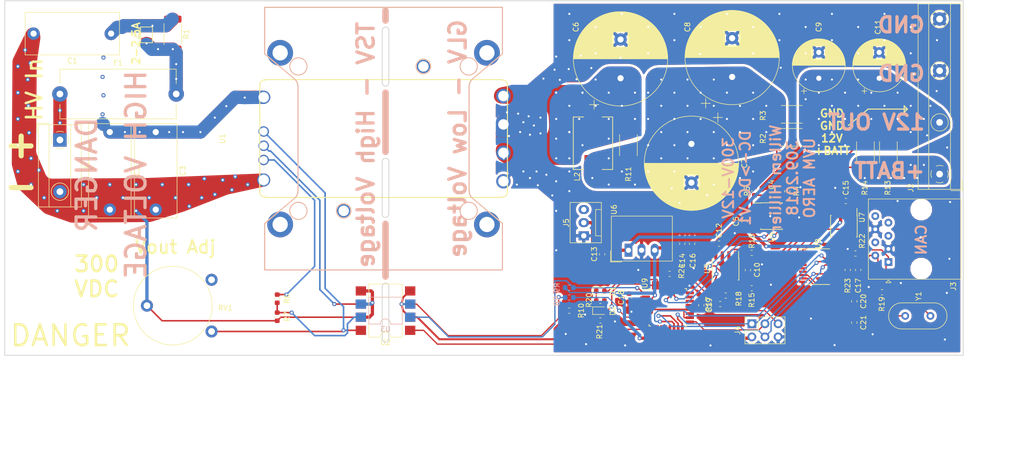
<source format=kicad_pcb>
(kicad_pcb (version 20171130) (host pcbnew "(5.0.0)")
  (layers (0 F.Cu signal) (31 B.Cu signal) (34 B.Paste user) (35 F.Paste user) (36 B.SilkS user) (37 F.SilkS user) (38 B.Mask user) (39 F.Mask user) (44 Edge.Cuts user))
  (net 0 "")
  (net 1 "Net-(C1-Pad1)")
  (net 2 /HV-)
  (net 3 "Net-(C4-Pad1)")
  (net 4 "Net-(C4-Pad2)")
  (net 5 GND)
  (net 6 +5V)
  (net 7 "Net-(C6-Pad1)")
  (net 8 /12V_UNMETERED)
  (net 9 +12V)
  (net 10 "Net-(C10-Pad2)")
  (net 11 "Net-(C10-Pad1)")
  (net 12 "Net-(C20-Pad1)")
  (net 13 "Net-(C21-Pad1)")
  (net 14 "Net-(D1-Pad1)")
  (net 15 /LED1)
  (net 16 /LED2)
  (net 17 "Net-(D2-Pad1)")
  (net 18 "Net-(F1-Pad1)")
  (net 19 /HV+)
  (net 20 +BATT)
  (net 21 "Net-(J3-Pad1)")
  (net 22 "Net-(J3-Pad2)")
  (net 23 /MISO)
  (net 24 /SCK)
  (net 25 /MOSI)
  (net 26 /RESET)
  (net 27 /TRIM)
  (net 28 "Net-(R6-Pad1)")
  (net 29 /FAULT)
  (net 30 /DC_DC_EN)
  (net 31 "Net-(R8-Pad2)")
  (net 32 /TRIM_EN)
  (net 33 /SCL)
  (net 34 /SDA)
  (net 35 "Net-(R22-Pad1)")
  (net 36 "Net-(R23-Pad2)")
  (net 37 /EN)
  (net 38 "Net-(U7-Pad1)")
  (net 39 "Net-(U7-Pad4)")
  (net 40 /D10)
  (net 41 "Net-(R17-Pad2)")
  (net 42 "Net-(R18-Pad2)")
  (net 43 "Net-(R10-Pad2)")
  (net 44 /DC_DC_FAULT)
  (module Connector_PinSocket_2.54mm:PinSocket_2x03_P2.54mm_Vertical (layer F.Cu) (at 215.646 146.304 90)
    (fp_text reference J4 (at -1.27 -2.77 90) (layer F.SilkS))
    (fp_text value Conn_02x03_Odd_Even)
    (pad 1 thru_hole rect (at 0 0 90) (size 1.7 1.7) (drill 1) (layers *.Cu *.Mask) (net 23 /MISO))
    (pad 2 thru_hole oval (at -2.54 0 90) (size 1.7 1.7) (drill 1) (layers *.Cu *.Mask) (net 6 +5V))
    (pad 3 thru_hole oval (at 0 2.54 90) (size 1.7 1.7) (drill 1) (layers *.Cu *.Mask) (net 24 /SCK))
    (pad 4 thru_hole oval (at -2.54 2.54 90) (size 1.7 1.7) (drill 1) (layers *.Cu *.Mask) (net 25 /MOSI))
    (pad 5 thru_hole oval (at 0 5.08 90) (size 1.7 1.7) (drill 1) (layers *.Cu *.Mask) (net 26 /RESET))
    (pad 6 thru_hole oval (at -2.54 5.08 90) (size 1.7 1.7) (drill 1) (layers *.Cu *.Mask) (net 5 GND))
  )
  (module Crystal:Crystal_HC49-U_Vertical (layer F.Cu) (at 250.19 144.78 180)
    (fp_text reference Y1 (at 2.286 3.81 270) (layer F.SilkS))
    (fp_text value 16MHz)
    (pad 1 thru_hole circle (at 0 0 180) (size 1.5 1.5) (drill 0.8) (layers *.Cu *.Mask) (net 12 "Net-(C20-Pad1)"))
    (pad 2 thru_hole circle (at 4.88 0 180) (size 1.5 1.5) (drill 0.8) (layers *.Cu *.Mask) (net 13 "Net-(C21-Pad1)"))
  )
  (module Capacitor_SMD:C_0603_1608Metric (layer F.Cu) (at 186.69 132.8675 270)
    (fp_text reference C13 (at -0.0255 1.524 270) (layer F.SilkS))
    (fp_text value 10uF)
    (pad 2 smd roundrect (at 0.7875 0 270) (size 0.875 0.95) (layers F.Cu F.Paste F.Mask) (net 5 GND))
    (pad 1 smd roundrect (at -0.7875 0 270) (size 0.875 0.95) (layers F.Cu F.Paste F.Mask) (net 9 +12V))
  )
  (module Converter_DCDC:Converter_DCDC_RECOM_R-78E-0.5_THT (layer F.Cu) (at 191.77 132.08)
    (fp_text reference U6 (at -2.794 -7.874 90) (layer F.SilkS))
    (fp_text value R-78E5.0-0.5)
    (pad 1 thru_hole rect (at 0 0) (size 1.5 2.5) (drill 1) (layers *.Cu *.Mask) (net 9 +12V))
    (pad 2 thru_hole oval (at 2.54 0) (size 1.5 2.5) (drill 1) (layers *.Cu *.Mask) (net 5 GND))
    (pad 3 thru_hole oval (at 5.08 0) (size 1.5 2.5) (drill 1) (layers *.Cu *.Mask) (net 6 +5V))
  )
  (module Capacitor_THT:CP_Radial_D10.0mm_P5.00mm (layer F.Cu) (at 240.284 98.806 90)
    (fp_text reference C11 (at 9.906 -0.254 90) (layer F.SilkS))
    (fp_text value 470uF)
    (pad 1 thru_hole rect (at 0 0 90) (size 2 2) (drill 1) (layers *.Cu *.Mask) (net 9 +12V))
    (pad 2 thru_hole circle (at 5 0 90) (size 2 2) (drill 1) (layers *.Cu *.Mask) (net 5 GND))
  )
  (module Capacitor_THT:CP_Radial_D10.0mm_P5.00mm (layer F.Cu) (at 228.6 98.806 90)
    (fp_text reference C9 (at 9.906 0 90) (layer F.SilkS))
    (fp_text value 470uF)
    (pad 2 thru_hole circle (at 5 0 90) (size 2 2) (drill 1) (layers *.Cu *.Mask) (net 5 GND))
    (pad 1 thru_hole rect (at 0 0 90) (size 2 2) (drill 1) (layers *.Cu *.Mask) (net 9 +12V))
  )
  (module Capacitor_THT:CP_Radial_D18.0mm_P7.50mm (layer F.Cu) (at 203.962 111.506 270)
    (fp_text reference C7 (at 3.75 -10.25 270) (layer F.SilkS))
    (fp_text value 4700uF)
    (pad 1 thru_hole rect (at 0 0 270) (size 2.4 2.4) (drill 1.2) (layers *.Cu *.Mask) (net 8 /12V_UNMETERED))
    (pad 2 thru_hole circle (at 7.5 0 270) (size 2.4 2.4) (drill 1.2) (layers *.Cu *.Mask) (net 5 GND))
  )
  (module Capacitor_THT:CP_Radial_D18.0mm_P7.50mm (layer F.Cu) (at 211.836 98.552 90)
    (fp_text reference C8 (at 9.652 -8.636 90) (layer F.SilkS))
    (fp_text value 4700uF)
    (pad 1 thru_hole rect (at 0 0 90) (size 2.4 2.4) (drill 1.2) (layers *.Cu *.Mask) (net 8 /12V_UNMETERED))
    (pad 2 thru_hole circle (at 7.5 0 90) (size 2.4 2.4) (drill 1.2) (layers *.Cu *.Mask) (net 5 GND))
  )
  (module Capacitor_THT:CP_Radial_D18.0mm_P7.50mm (layer F.Cu) (at 190.246 98.806 90)
    (fp_text reference C6 (at 9.906 -8.636 90) (layer F.SilkS))
    (fp_text value 4700uF)
    (pad 2 thru_hole circle (at 7.5 0 90) (size 2.4 2.4) (drill 1.2) (layers *.Cu *.Mask) (net 5 GND))
    (pad 1 thru_hole rect (at 0 0 90) (size 2.4 2.4) (drill 1.2) (layers *.Cu *.Mask) (net 7 "Net-(C6-Pad1)"))
  )
  (module "CustomFootprints:DCM4623TD2J13D0T70 w_landpattern" (layer F.Cu) (at 144.399 110.49)
    (fp_text reference U1 (at -31.15 0 90) (layer F.SilkS))
    (fp_text value DCM4623TD2J13D0T70)
    (pad 1 thru_hole circle (at -23.19 -8) (size 2.53 2.53) (drill 2.03) (layers *.Cu *.Mask) (net 1 "Net-(C1-Pad1)"))
    (pad 5 thru_hole circle (at -23.19 8) (size 2.53 2.53) (drill 2.03) (layers *.Cu *.Mask) (net 2 /HV-))
    (pad 2 thru_hole circle (at -23.19 -1.38) (size 2.02 2.02) (drill 1.52) (layers *.Cu *.Mask) (net 27 /TRIM))
    (pad 3 thru_hole circle (at -23.19 1.38) (size 2.02 2.02) (drill 1.52) (layers *.Cu *.Mask) (net 37 /EN))
    (pad 4 thru_hole circle (at -23.19 4.13) (size 2.02 2.02) (drill 1.52) (layers *.Cu *.Mask) (net 29 /FAULT))
    (pad 6 thru_hole circle (at 23.19 8.25) (size 2.79 2.79) (drill 2.03) (layers *.Cu *.Mask) (net 5 GND))
    (pad 7 thru_hole circle (at 23.19 2.75) (size 2.79 2.79) (drill 2.03) (layers *.Cu *.Mask) (net 7 "Net-(C6-Pad1)"))
    (pad 8 thru_hole circle (at 23.19 -2.75) (size 2.79 2.79) (drill 2.03) (layers *.Cu *.Mask) (net 5 GND))
    (pad 9 thru_hole circle (at 23.19 -8.25) (size 2.79 2.79) (drill 2.03) (layers *.Cu *.Mask) (net 7 "Net-(C6-Pad1)"))
    (pad "" np_thru_hole circle (at 16.47 -13.97) (size 3.1 3.1) (drill 3.1) (layers *.Cu *.Mask))
    (pad "" np_thru_hole circle (at -16.47 -13.97) (size 3.1 3.1) (drill 3.1) (layers *.Cu *.Mask))
    (pad "" np_thru_hole circle (at -16.47 13.97) (size 3.1 3.1) (drill 3.1) (layers *.Cu *.Mask))
    (pad "" np_thru_hole circle (at 16.47 13.97) (size 3.1 3.1) (drill 3.1) (layers *.Cu *.Mask))
    (pad "" thru_hole circle (at 7.71 -13.97) (size 2.79 2.79) (drill 2.03) (layers *.Cu *.Mask))
    (pad "" thru_hole circle (at -7.71 13.97) (size 2.79 2.79) (drill 2.03) (layers *.Cu *.Mask))
    (pad "" thru_hole circle (at 20 -16.6) (size 4.99 4.99) (drill 2.95) (layers *.Cu *.Mask))
    (pad "" thru_hole circle (at 20 16.6) (size 4.99 4.99) (drill 2.95) (layers *.Cu *.Mask))
    (pad "" thru_hole circle (at -20 -16.6) (size 4.99 4.99) (drill 2.95) (layers *.Cu *.Mask))
    (pad "" thru_hole circle (at -20 16.6) (size 4.99 4.99) (drill 2.95) (layers *.Cu *.Mask))
  )
  (module Capacitor_THT:C_Rect_L18.0mm_W8.0mm_P15.00mm_FKS3_FKP3 (layer F.Cu) (at 91.694 90.17 180)
    (fp_text reference C1 (at 7.5 -5.25 180) (layer F.SilkS))
    (fp_text value 0.68uF)
    (pad 1 thru_hole circle (at 0 0 180) (size 2.4 2.4) (drill 1.2) (layers *.Cu *.Mask) (net 1 "Net-(C1-Pad1)"))
    (pad 2 thru_hole circle (at 15 0 180) (size 2.4 2.4) (drill 1.2) (layers *.Cu *.Mask) (net 2 /HV-))
  )
  (module Capacitor_THT:C_Rect_L18.0mm_W8.0mm_P15.00mm_FKS3_FKP3 (layer F.Cu) (at 91.44 109.22 270)
    (fp_text reference C2 (at 7.5 -5.25 270) (layer F.SilkS))
    (fp_text value 0.68uF)
    (pad 1 thru_hole circle (at 0 0 270) (size 2.4 2.4) (drill 1.2) (layers *.Cu *.Mask) (net 1 "Net-(C1-Pad1)"))
    (pad 2 thru_hole circle (at 15 0 270) (size 2.4 2.4) (drill 1.2) (layers *.Cu *.Mask) (net 2 /HV-))
  )
  (module Capacitor_THT:C_Rect_L18.0mm_W8.0mm_P15.00mm_FKS3_FKP3 (layer F.Cu) (at 100.33 109.22 270)
    (fp_text reference C3 (at 7.5 -5.25 270) (layer F.SilkS))
    (fp_text value 0.68uF)
    (pad 2 thru_hole circle (at 15 0 270) (size 2.4 2.4) (drill 1.2) (layers *.Cu *.Mask) (net 2 /HV-))
    (pad 1 thru_hole circle (at 0 0 270) (size 2.4 2.4) (drill 1.2) (layers *.Cu *.Mask) (net 1 "Net-(C1-Pad1)"))
  )
  (module Capacitor_SMD:C_0603_1608Metric (layer F.Cu) (at 219.4305 121.412 180)
    (fp_text reference C4 (at -0.0255 2.032 270) (layer F.SilkS))
    (fp_text value 0.1uF)
    (pad 2 smd roundrect (at 0.7875 0 180) (size 0.875 0.95) (layers F.Cu F.Paste F.Mask) (net 4 "Net-(C4-Pad2)"))
    (pad 1 smd roundrect (at -0.7875 0 180) (size 0.875 0.95) (layers F.Cu F.Paste F.Mask) (net 3 "Net-(C4-Pad1)"))
  )
  (module Capacitor_SMD:C_0603_1608Metric (layer F.Cu) (at 214.249 126.5175 270)
    (fp_text reference C5 (at -0.0255 1.651 270) (layer F.SilkS))
    (fp_text value 0.1uF)
    (pad 2 smd roundrect (at 0.7875 0 270) (size 0.875 0.95) (layers F.Cu F.Paste F.Mask) (net 6 +5V))
    (pad 1 smd roundrect (at -0.7875 0 270) (size 0.875 0.95) (layers F.Cu F.Paste F.Mask) (net 5 GND))
  )
  (module Capacitor_SMD:C_0603_1608Metric (layer F.Cu) (at 214.884 135.9155 90)
    (fp_text reference C10 (at 0.0255 1.778 90) (layer F.SilkS))
    (fp_text value 0.1uF)
    (pad 1 smd roundrect (at -0.7875 0 90) (size 0.875 0.95) (layers F.Cu F.Paste F.Mask) (net 11 "Net-(C10-Pad1)"))
    (pad 2 smd roundrect (at 0.7875 0 90) (size 0.875 0.95) (layers F.Cu F.Paste F.Mask) (net 10 "Net-(C10-Pad2)"))
  )
  (module Capacitor_SMD:C_0603_1608Metric (layer F.Cu) (at 209.3215 130.81 180)
    (fp_text reference C12 (at 0.0255 2.54 270) (layer F.SilkS))
    (fp_text value 0.1uF)
    (pad 1 smd roundrect (at -0.7875 0 180) (size 0.875 0.95) (layers F.Cu F.Paste F.Mask) (net 5 GND))
    (pad 2 smd roundrect (at 0.7875 0 180) (size 0.875 0.95) (layers F.Cu F.Paste F.Mask) (net 6 +5V))
  )
  (module Capacitor_SMD:C_0603_1608Metric (layer F.Cu) (at 202.184 130.8355 90)
    (fp_text reference C14 (at -3.2765 0 90) (layer F.SilkS))
    (fp_text value 0.1uF)
    (pad 1 smd roundrect (at -0.7875 0 90) (size 0.875 0.95) (layers F.Cu F.Paste F.Mask) (net 6 +5V))
    (pad 2 smd roundrect (at 0.7875 0 90) (size 0.875 0.95) (layers F.Cu F.Paste F.Mask) (net 5 GND))
  )
  (module Capacitor_SMD:C_0603_1608Metric (layer F.Cu) (at 233.8325 122.555)
    (fp_text reference C15 (at 0 -2.54 90) (layer F.SilkS))
    (fp_text value 0.1uF)
    (pad 2 smd roundrect (at 0.7875 0) (size 0.875 0.95) (layers F.Cu F.Paste F.Mask) (net 5 GND))
    (pad 1 smd roundrect (at -0.7875 0) (size 0.875 0.95) (layers F.Cu F.Paste F.Mask) (net 6 +5V))
  )
  (module Capacitor_SMD:C_0603_1608Metric (layer F.Cu) (at 204.089 130.8355 90)
    (fp_text reference C16 (at -3.2765 0.127 90) (layer F.SilkS))
    (fp_text value 10uF)
    (pad 1 smd roundrect (at -0.7875 0 90) (size 0.875 0.95) (layers F.Cu F.Paste F.Mask) (net 6 +5V))
    (pad 2 smd roundrect (at 0.7875 0 90) (size 0.875 0.95) (layers F.Cu F.Paste F.Mask) (net 5 GND))
  )
  (module Capacitor_SMD:C_0603_1608Metric (layer F.Cu) (at 236.22 135.89 270)
    (fp_text reference C17 (at 3.048 0 270) (layer F.SilkS))
    (fp_text value 0.1uF)
    (pad 1 smd roundrect (at -0.7875 0 270) (size 0.875 0.95) (layers F.Cu F.Paste F.Mask) (net 6 +5V))
    (pad 2 smd roundrect (at 0.7875 0 270) (size 0.875 0.95) (layers F.Cu F.Paste F.Mask) (net 5 GND))
  )
  (module Capacitor_SMD:C_0603_1608Metric (layer F.Cu) (at 191.897 141.2495 270)
    (fp_text reference C18 (at -0.0255 1.524 270) (layer F.SilkS))
    (fp_text value 0.1uF)
    (pad 1 smd roundrect (at -0.7875 0 270) (size 0.875 0.95) (layers F.Cu F.Paste F.Mask) (net 6 +5V))
    (pad 2 smd roundrect (at 0.7875 0 270) (size 0.875 0.95) (layers F.Cu F.Paste F.Mask) (net 5 GND))
  )
  (module Capacitor_SMD:C_0603_1608Metric (layer F.Cu) (at 205.867 142.7225 90)
    (fp_text reference C19 (at 0 1.524 90) (layer F.SilkS))
    (fp_text value 0.1uF)
    (pad 2 smd roundrect (at 0.7875 0 90) (size 0.875 0.95) (layers F.Cu F.Paste F.Mask) (net 5 GND))
    (pad 1 smd roundrect (at -0.7875 0 90) (size 0.875 0.95) (layers F.Cu F.Paste F.Mask) (net 6 +5V))
  )
  (module Capacitor_SMD:C_0603_1608Metric (layer F.Cu) (at 235.458 141.9605 90)
    (fp_text reference C20 (at 0 1.778 90) (layer F.SilkS))
    (fp_text value 22pF)
    (pad 1 smd roundrect (at -0.7875 0 90) (size 0.875 0.95) (layers F.Cu F.Paste F.Mask) (net 12 "Net-(C20-Pad1)"))
    (pad 2 smd roundrect (at 0.7875 0 90) (size 0.875 0.95) (layers F.Cu F.Paste F.Mask) (net 5 GND))
  )
  (module Capacitor_SMD:C_0603_1608Metric (layer F.Cu) (at 235.458 146.0755 270)
    (fp_text reference C21 (at 0 -1.778 270) (layer F.SilkS))
    (fp_text value 22pF)
    (pad 2 smd roundrect (at 0.7875 0 270) (size 0.875 0.95) (layers F.Cu F.Paste F.Mask) (net 5 GND))
    (pad 1 smd roundrect (at -0.7875 0 270) (size 0.875 0.95) (layers F.Cu F.Paste F.Mask) (net 13 "Net-(C21-Pad1)"))
  )
  (module LED_SMD:LED_0603_1608Metric (layer F.Cu) (at 186.3345 139.954)
    (fp_text reference D1 (at 2.3875 0 90) (layer F.SilkS))
    (fp_text value LED)
    (pad 1 smd roundrect (at -0.7875 0) (size 0.875 0.95) (layers F.Cu F.Paste F.Mask) (net 14 "Net-(D1-Pad1)"))
    (pad 2 smd roundrect (at 0.7875 0) (size 0.875 0.95) (layers F.Cu F.Paste F.Mask) (net 15 /LED1))
  )
  (module LED_SMD:LED_0603_1608Metric (layer F.Cu) (at 186.3345 143.764)
    (fp_text reference D2 (at 2.3875 0 90) (layer F.SilkS))
    (fp_text value LED)
    (pad 2 smd roundrect (at 0.7875 0) (size 0.875 0.95) (layers F.Cu F.Paste F.Mask) (net 16 /LED2))
    (pad 1 smd roundrect (at -0.7875 0) (size 0.875 0.95) (layers F.Cu F.Paste F.Mask) (net 17 "Net-(D2-Pad1)"))
  )
  (module Fuse:Fuseholder_Cylinder-5x20mm_Schurter_0031_8201_Horizontal_Open (layer F.Cu) (at 81.788 101.854)
    (fp_text reference F1 (at 11.25 -6) (layer F.SilkS))
    (fp_text value 2.5A)
    (pad 1 thru_hole circle (at 0 0) (size 3 3) (drill 1.3) (layers *.Cu *.Mask) (net 18 "Net-(F1-Pad1)"))
    (pad 2 thru_hole circle (at 22.5 0) (size 3 3) (drill 1.3) (layers *.Cu *.Mask) (net 19 /HV+))
    (pad "" np_thru_hole circle (at 11.25 0) (size 2.7 2.7) (drill 2.7) (layers *.Cu *.Mask))
  )
  (module TerminalBlock_MetzConnect:TerminalBlock_MetzConnect_Type067_RT01902HDWC_1x02_P10.00mm_Horizontal (layer F.Cu) (at 81.788 110.744 270)
    (fp_text reference J1 (at 5 -5.16 270) (layer F.SilkS))
    (fp_text value TSV)
    (pad 1 thru_hole rect (at 0 0 270) (size 2.6 2.6) (drill 1.3) (layers *.Cu *.Mask) (net 18 "Net-(F1-Pad1)"))
    (pad 2 thru_hole circle (at 10 0 270) (size 2.6 2.6) (drill 1.3) (layers *.Cu *.Mask) (net 2 /HV-))
  )
  (module TerminalBlock_MetzConnect:TerminalBlock_MetzConnect_Type067_RT01904HDWC_1x04_P10.00mm_Horizontal (layer F.Cu) (at 251.968 117.348 90)
    (fp_text reference J2 (at -2.667 -5.588 90) (layer F.SilkS))
    (fp_text value 12V_OUT)
    (pad 1 thru_hole rect (at 0 0 90) (size 2.6 2.6) (drill 1.3) (layers *.Cu *.Mask) (net 20 +BATT))
    (pad 2 thru_hole circle (at 10 0 90) (size 2.6 2.6) (drill 1.3) (layers *.Cu *.Mask) (net 9 +12V))
    (pad 3 thru_hole circle (at 20 0 90) (size 2.6 2.6) (drill 1.3) (layers *.Cu *.Mask) (net 5 GND))
    (pad 4 thru_hole circle (at 30 0 90) (size 2.6 2.6) (drill 1.3) (layers *.Cu *.Mask) (net 5 GND))
  )
  (module Connector_RJ:RJ45_Amphenol_54602-x08_Horizontal (layer F.Cu) (at 242.062 134.366 90)
    (fp_text reference J3 (at -4.699 12.573 90) (layer F.SilkS))
    (fp_text value RJ45)
    (pad "" np_thru_hole circle (at 10.16 6.35 90) (size 3.2 3.2) (drill 3.2) (layers *.Cu *.Mask))
    (pad "" np_thru_hole circle (at -1.27 6.35 90) (size 3.2 3.2) (drill 3.2) (layers *.Cu *.Mask))
    (pad 1 thru_hole rect (at 0 0 90) (size 1.5 1.5) (drill 0.76) (layers *.Cu *.Mask) (net 21 "Net-(J3-Pad1)"))
    (pad 2 thru_hole circle (at 1.27 -2.54 90) (size 1.5 1.5) (drill 0.76) (layers *.Cu *.Mask) (net 22 "Net-(J3-Pad2)"))
    (pad 3 thru_hole circle (at 2.54 0 90) (size 1.5 1.5) (drill 0.76) (layers *.Cu *.Mask) (net 5 GND))
    (pad 4 thru_hole circle (at 3.81 -2.54 90) (size 1.5 1.5) (drill 0.76) (layers *.Cu *.Mask))
    (pad 5 thru_hole circle (at 5.08 0 90) (size 1.5 1.5) (drill 0.76) (layers *.Cu *.Mask))
    (pad 6 thru_hole circle (at 6.35 -2.54 90) (size 1.5 1.5) (drill 0.76) (layers *.Cu *.Mask) (net 5 GND))
    (pad 7 thru_hole circle (at 7.62 0 90) (size 1.5 1.5) (drill 0.76) (layers *.Cu *.Mask))
    (pad 8 thru_hole circle (at 8.89 -2.54 90) (size 1.5 1.5) (drill 0.76) (layers *.Cu *.Mask))
  )
  (module Resistor_SMD:R_2512_6332Metric (layer F.Cu) (at 103.632 90.276 270)
    (fp_text reference R1 (at 0 -2.62 270) (layer F.SilkS))
    (fp_text value 1Ω)
    (pad 1 smd roundrect (at -2.9 0 270) (size 1.35 3.35) (layers F.Cu F.Paste F.Mask) (roundrect_rratio 0.185185) (net 1 "Net-(C1-Pad1)"))
    (pad 2 smd roundrect (at 2.9 0 270) (size 1.35 3.35) (layers F.Cu F.Paste F.Mask) (roundrect_rratio 0.185185) (net 19 /HV+))
  )
  (module Resistor_SMD:R_0603_1608Metric (layer F.Cu) (at 222.504 120.6755 90)
    (fp_text reference R4 (at 0.0255 1.778 90) (layer F.SilkS))
    (fp_text value 10)
    (pad 1 smd roundrect (at -0.7875 0 90) (size 0.875 0.95) (layers F.Cu F.Paste F.Mask) (net 3 "Net-(C4-Pad1)"))
    (pad 2 smd roundrect (at 0.7875 0 90) (size 0.875 0.95) (layers F.Cu F.Paste F.Mask) (net 9 +12V))
  )
  (module Resistor_SMD:R_0603_1608Metric (layer F.Cu) (at 216.154 120.65 90)
    (fp_text reference R5 (at 0 -1.43 90) (layer F.SilkS))
    (fp_text value 10)
    (pad 2 smd roundrect (at 0.7875 0 90) (size 0.875 0.95) (layers F.Cu F.Paste F.Mask) (net 8 /12V_UNMETERED))
    (pad 1 smd roundrect (at -0.7875 0 90) (size 0.875 0.95) (layers F.Cu F.Paste F.Mask) (net 4 "Net-(C4-Pad2)"))
  )
  (module Resistor_SMD:R_0603_1608Metric (layer F.Cu) (at 123.825 141.4525 90)
    (fp_text reference R6 (at 0 1.905 90) (layer F.SilkS))
    (fp_text value 1k)
    (pad 1 smd roundrect (at -0.7875 0 90) (size 0.875 0.95) (layers F.Cu F.Paste F.Mask) (net 28 "Net-(R6-Pad1)"))
    (pad 2 smd roundrect (at 0.7875 0 90) (size 0.875 0.95) (layers F.Cu F.Paste F.Mask) (net 29 /FAULT))
  )
  (module Resistor_SMD:R_0603_1608Metric (layer F.Cu) (at 123.825 144.9325 270)
    (fp_text reference R7 (at 0 -1.905 90) (layer F.SilkS))
    (fp_text value 50k)
    (pad 2 smd roundrect (at 0.7875 0 270) (size 0.875 0.95) (layers F.Cu F.Paste F.Mask) (net 2 /HV-))
    (pad 1 smd roundrect (at -0.7875 0 270) (size 0.875 0.95) (layers F.Cu F.Paste F.Mask) (net 28 "Net-(R6-Pad1)"))
  )
  (module Resistor_SMD:R_0603_1608Metric (layer B.Cu) (at 180.3145 141.224 180)
    (fp_text reference R8 (at 2.3875 -0.635 270) (layer B.SilkS) (effects (justify mirror)))
    (fp_text value 1k)
    (pad 1 smd roundrect (at -0.7875 0 180) (size 0.875 0.95) (layers B.Cu B.Paste B.Mask) (net 30 /DC_DC_EN))
    (pad 2 smd roundrect (at 0.7875 0 180) (size 0.875 0.95) (layers B.Cu B.Paste B.Mask) (net 31 "Net-(R8-Pad2)"))
  )
  (module Resistor_SMD:R_0603_1608Metric (layer B.Cu) (at 180.3145 139.319 180)
    (fp_text reference R9 (at 2.3875 0 270) (layer B.SilkS) (effects (justify mirror)))
    (fp_text value 10k)
    (pad 1 smd roundrect (at -0.7875 0 180) (size 0.875 0.95) (layers B.Cu B.Paste B.Mask) (net 44 /DC_DC_FAULT))
    (pad 2 smd roundrect (at 0.7875 0 180) (size 0.875 0.95) (layers B.Cu B.Paste B.Mask) (net 6 +5V))
  )
  (module Resistor_SMD:R_0603_1608Metric (layer F.Cu) (at 180.3145 143.764 180)
    (fp_text reference R10 (at -2.3115 0 270) (layer F.SilkS))
    (fp_text value 1k)
    (pad 1 smd roundrect (at -0.7875 0 180) (size 0.875 0.95) (layers F.Cu F.Paste F.Mask) (net 32 /TRIM_EN))
    (pad 2 smd roundrect (at 0.7875 0 180) (size 0.875 0.95) (layers F.Cu F.Paste F.Mask) (net 43 "Net-(R10-Pad2)"))
  )
  (module Resistor_SMD:R_2512_6332Metric (layer F.Cu) (at 191.77 111.76 90)
    (fp_text reference R11 (at -5.588 0 90) (layer F.SilkS))
    (fp_text value 1Ω)
    (pad 1 smd roundrect (at -2.9 0 90) (size 1.35 3.35) (layers F.Cu F.Paste F.Mask) (roundrect_rratio 0.185185) (net 8 /12V_UNMETERED))
    (pad 2 smd roundrect (at 2.9 0 90) (size 1.35 3.35) (layers F.Cu F.Paste F.Mask) (roundrect_rratio 0.185185) (net 7 "Net-(C6-Pad1)"))
  )
  (module Resistor_SMD:R_0603_1608Metric (layer F.Cu) (at 215.6205 139.446)
    (fp_text reference R15 (at 0 2.286 90) (layer F.SilkS))
    (fp_text value 10)
    (pad 1 smd roundrect (at -0.7875 0) (size 0.875 0.95) (layers F.Cu F.Paste F.Mask) (net 11 "Net-(C10-Pad1)"))
    (pad 2 smd roundrect (at 0.7875 0) (size 0.875 0.95) (layers F.Cu F.Paste F.Mask) (net 20 +BATT))
  )
  (module Resistor_SMD:R_0603_1608Metric (layer F.Cu) (at 215.6205 132.588)
    (fp_text reference R16 (at 0.0255 -2.286 90) (layer F.SilkS))
    (fp_text value 10)
    (pad 2 smd roundrect (at 0.7875 0) (size 0.875 0.95) (layers F.Cu F.Paste F.Mask) (net 9 +12V))
    (pad 1 smd roundrect (at -0.7875 0) (size 0.875 0.95) (layers F.Cu F.Paste F.Mask) (net 10 "Net-(C10-Pad2)"))
  )
  (module Resistor_SMD:R_0603_1608Metric (layer F.Cu) (at 209.5245 142.494)
    (fp_text reference R17 (at -2.2605 0 90) (layer F.SilkS))
    (fp_text value 10k)
    (pad 2 smd roundrect (at 0.7875 0) (size 0.875 0.95) (layers F.Cu F.Paste F.Mask) (net 41 "Net-(R17-Pad2)"))
    (pad 1 smd roundrect (at -0.7875 0) (size 0.875 0.95) (layers F.Cu F.Paste F.Mask) (net 33 /SCL))
  )
  (module Resistor_SMD:R_0603_1608Metric (layer F.Cu) (at 210.5915 140.843)
    (fp_text reference R18 (at 2.5145 0.635 90) (layer F.SilkS))
    (fp_text value 10k)
    (pad 1 smd roundrect (at -0.7875 0) (size 0.875 0.95) (layers F.Cu F.Paste F.Mask) (net 34 /SDA))
    (pad 2 smd roundrect (at 0.7875 0) (size 0.875 0.95) (layers F.Cu F.Paste F.Mask) (net 42 "Net-(R18-Pad2)"))
  )
  (module Resistor_SMD:R_0603_1608Metric (layer F.Cu) (at 240.8175 140.208 180)
    (fp_text reference R19 (at 0.0255 -2.286 270) (layer F.SilkS))
    (fp_text value R_US)
    (pad 1 smd roundrect (at -0.7875 0 180) (size 0.875 0.95) (layers F.Cu F.Paste F.Mask) (net 21 "Net-(J3-Pad1)"))
    (pad 2 smd roundrect (at 0.7875 0 180) (size 0.875 0.95) (layers F.Cu F.Paste F.Mask) (net 22 "Net-(J3-Pad2)"))
  )
  (module Resistor_SMD:R_0603_1608Metric (layer F.Cu) (at 186.3345 141.859 180)
    (fp_text reference R20 (at 2.1845 0.127 270) (layer F.SilkS))
    (fp_text value 1k)
    (pad 2 smd roundrect (at 0.7875 0 180) (size 0.875 0.95) (layers F.Cu F.Paste F.Mask) (net 14 "Net-(D1-Pad1)"))
    (pad 1 smd roundrect (at -0.7875 0 180) (size 0.875 0.95) (layers F.Cu F.Paste F.Mask) (net 5 GND))
  )
  (module Resistor_SMD:R_0603_1608Metric (layer F.Cu) (at 186.3345 145.669 180)
    (fp_text reference R21 (at 0.1525 -2.159 270) (layer F.SilkS))
    (fp_text value 1k)
    (pad 1 smd roundrect (at -0.7875 0 180) (size 0.875 0.95) (layers F.Cu F.Paste F.Mask) (net 5 GND))
    (pad 2 smd roundrect (at 0.7875 0 180) (size 0.875 0.95) (layers F.Cu F.Paste F.Mask) (net 17 "Net-(D2-Pad1)"))
  )
  (module Resistor_SMD:R_0603_1608Metric (layer F.Cu) (at 235.6865 132.715 180)
    (fp_text reference R22 (at -1.2955 2.413 270) (layer F.SilkS))
    (fp_text value 10k)
    (pad 2 smd roundrect (at 0.7875 0 180) (size 0.875 0.95) (layers F.Cu F.Paste F.Mask) (net 5 GND))
    (pad 1 smd roundrect (at -0.7875 0 180) (size 0.875 0.95) (layers F.Cu F.Paste F.Mask) (net 35 "Net-(R22-Pad1)"))
  )
  (module Resistor_SMD:R_0603_1608Metric (layer F.Cu) (at 234.188 135.89 270)
    (fp_text reference R23 (at 3.048 0 270) (layer F.SilkS))
    (fp_text value 10k)
    (pad 1 smd roundrect (at -0.7875 0 270) (size 0.875 0.95) (layers F.Cu F.Paste F.Mask) (net 6 +5V))
    (pad 2 smd roundrect (at 0.7875 0 270) (size 0.875 0.95) (layers F.Cu F.Paste F.Mask) (net 36 "Net-(R23-Pad2)"))
  )
  (module Resistor_SMD:R_0603_1608Metric (layer F.Cu) (at 199.7455 136.652 180)
    (fp_text reference R24 (at -2.3115 0.508 270) (layer F.SilkS))
    (fp_text value 10k)
    (pad 2 smd roundrect (at 0.7875 0 180) (size 0.875 0.95) (layers F.Cu F.Paste F.Mask) (net 26 /RESET))
    (pad 1 smd roundrect (at -0.7875 0 180) (size 0.875 0.95) (layers F.Cu F.Paste F.Mask) (net 6 +5V))
  )
  (module Package_SO:SOIC-8_3.9x4.9mm_P1.27mm (layer F.Cu) (at 219.456 125.476)
    (fp_text reference U4 (at 0 4.064 90) (layer F.SilkS))
    (fp_text value INA219)
    (pad 8 smd rect (at 2.7 -1.905) (size 1.55 0.6) (layers F.Cu F.Paste F.Mask) (net 5 GND))
    (pad 7 smd rect (at 2.7 -0.635) (size 1.55 0.6) (layers F.Cu F.Paste F.Mask) (net 5 GND))
    (pad 6 smd rect (at 2.7 0.635) (size 1.55 0.6) (layers F.Cu F.Paste F.Mask) (net 34 /SDA))
    (pad 5 smd rect (at 2.7 1.905) (size 1.55 0.6) (layers F.Cu F.Paste F.Mask) (net 33 /SCL))
    (pad 4 smd rect (at -2.7 1.905) (size 1.55 0.6) (layers F.Cu F.Paste F.Mask) (net 6 +5V))
    (pad 3 smd rect (at -2.7 0.635) (size 1.55 0.6) (layers F.Cu F.Paste F.Mask) (net 5 GND))
    (pad 2 smd rect (at -2.7 -0.635) (size 1.55 0.6) (layers F.Cu F.Paste F.Mask) (net 4 "Net-(C4-Pad2)"))
    (pad 1 smd rect (at -2.7 -1.905) (size 1.55 0.6) (layers F.Cu F.Paste F.Mask) (net 3 "Net-(C4-Pad1)"))
  )
  (module Package_SO:SOIC-8_3.9x4.9mm_P1.27mm (layer F.Cu) (at 210.566 135.763 270)
    (fp_text reference U5 (at -0.127 3.556 270) (layer F.SilkS))
    (fp_text value INA219)
    (pad 1 smd rect (at -2.7 -1.905 270) (size 1.55 0.6) (layers F.Cu F.Paste F.Mask) (net 11 "Net-(C10-Pad1)"))
    (pad 2 smd rect (at -2.7 -0.635 270) (size 1.55 0.6) (layers F.Cu F.Paste F.Mask) (net 10 "Net-(C10-Pad2)"))
    (pad 3 smd rect (at -2.7 0.635 270) (size 1.55 0.6) (layers F.Cu F.Paste F.Mask) (net 5 GND))
    (pad 4 smd rect (at -2.7 1.905 270) (size 1.55 0.6) (layers F.Cu F.Paste F.Mask) (net 6 +5V))
    (pad 5 smd rect (at 2.7 1.905 270) (size 1.55 0.6) (layers F.Cu F.Paste F.Mask) (net 33 /SCL))
    (pad 6 smd rect (at 2.7 0.635 270) (size 1.55 0.6) (layers F.Cu F.Paste F.Mask) (net 34 /SDA))
    (pad 7 smd rect (at 2.7 -0.635 270) (size 1.55 0.6) (layers F.Cu F.Paste F.Mask) (net 41 "Net-(R17-Pad2)"))
    (pad 8 smd rect (at 2.7 -1.905 270) (size 1.55 0.6) (layers F.Cu F.Paste F.Mask) (net 42 "Net-(R18-Pad2)"))
  )
  (module Package_SO:SOIC-8_3.9x4.9mm_P1.27mm (layer F.Cu) (at 233.452872 127.434489 270)
    (fp_text reference U7 (at -1.704489 -3.5 270) (layer F.SilkS))
    (fp_text value MCP2551-I-SN)
    (pad 1 smd rect (at -2.7 -1.905 270) (size 1.55 0.6) (layers F.Cu F.Paste F.Mask) (net 38 "Net-(U7-Pad1)"))
    (pad 2 smd rect (at -2.7 -0.635 270) (size 1.55 0.6) (layers F.Cu F.Paste F.Mask) (net 5 GND))
    (pad 3 smd rect (at -2.7 0.635 270) (size 1.55 0.6) (layers F.Cu F.Paste F.Mask) (net 6 +5V))
    (pad 4 smd rect (at -2.7 1.905 270) (size 1.55 0.6) (layers F.Cu F.Paste F.Mask) (net 39 "Net-(U7-Pad4)"))
    (pad 5 smd rect (at 2.7 1.905 270) (size 1.55 0.6) (layers F.Cu F.Paste F.Mask))
    (pad 6 smd rect (at 2.7 0.635 270) (size 1.55 0.6) (layers F.Cu F.Paste F.Mask) (net 22 "Net-(J3-Pad2)"))
    (pad 7 smd rect (at 2.7 -0.635 270) (size 1.55 0.6) (layers F.Cu F.Paste F.Mask) (net 21 "Net-(J3-Pad1)"))
    (pad 8 smd rect (at 2.7 -1.905 270) (size 1.55 0.6) (layers F.Cu F.Paste F.Mask) (net 35 "Net-(R22-Pad1)"))
  )
  (module Package_SO:TSSOP-20_4.4x6.5mm_P0.65mm (layer F.Cu) (at 228.473 135.255)
    (fp_text reference U8 (at 0 -4.445 90) (layer F.SilkS))
    (fp_text value MCP2515-IST)
    (pad 1 smd rect (at -2.95 -2.925) (size 1.45 0.45) (layers F.Cu F.Paste F.Mask) (net 38 "Net-(U7-Pad1)"))
    (pad 2 smd rect (at -2.95 -2.275) (size 1.45 0.45) (layers F.Cu F.Paste F.Mask) (net 39 "Net-(U7-Pad4)"))
    (pad 3 smd rect (at -2.95 -1.625) (size 1.45 0.45) (layers F.Cu F.Paste F.Mask))
    (pad 4 smd rect (at -2.95 -0.975) (size 1.45 0.45) (layers F.Cu F.Paste F.Mask))
    (pad 5 smd rect (at -2.95 -0.325) (size 1.45 0.45) (layers F.Cu F.Paste F.Mask))
    (pad 6 smd rect (at -2.95 0.325) (size 1.45 0.45) (layers F.Cu F.Paste F.Mask))
    (pad 7 smd rect (at -2.95 0.975) (size 1.45 0.45) (layers F.Cu F.Paste F.Mask))
    (pad 8 smd rect (at -2.95 1.625) (size 1.45 0.45) (layers F.Cu F.Paste F.Mask) (net 12 "Net-(C20-Pad1)"))
    (pad 9 smd rect (at -2.95 2.275) (size 1.45 0.45) (layers F.Cu F.Paste F.Mask) (net 13 "Net-(C21-Pad1)"))
    (pad 10 smd rect (at -2.95 2.925) (size 1.45 0.45) (layers F.Cu F.Paste F.Mask) (net 5 GND))
    (pad 11 smd rect (at 2.95 2.925) (size 1.45 0.45) (layers F.Cu F.Paste F.Mask))
    (pad 12 smd rect (at 2.95 2.275) (size 1.45 0.45) (layers F.Cu F.Paste F.Mask))
    (pad 13 smd rect (at 2.95 1.625) (size 1.45 0.45) (layers F.Cu F.Paste F.Mask))
    (pad 14 smd rect (at 2.95 0.975) (size 1.45 0.45) (layers F.Cu F.Paste F.Mask) (net 24 /SCK))
    (pad 15 smd rect (at 2.95 0.325) (size 1.45 0.45) (layers F.Cu F.Paste F.Mask))
    (pad 16 smd rect (at 2.95 -0.325) (size 1.45 0.45) (layers F.Cu F.Paste F.Mask) (net 25 /MOSI))
    (pad 17 smd rect (at 2.95 -0.975) (size 1.45 0.45) (layers F.Cu F.Paste F.Mask) (net 23 /MISO))
    (pad 18 smd rect (at 2.95 -1.625) (size 1.45 0.45) (layers F.Cu F.Paste F.Mask) (net 40 /D10))
    (pad 19 smd rect (at 2.95 -2.275) (size 1.45 0.45) (layers F.Cu F.Paste F.Mask) (net 36 "Net-(R23-Pad2)"))
    (pad 20 smd rect (at 2.95 -2.925) (size 1.45 0.45) (layers F.Cu F.Paste F.Mask) (net 6 +5V))
  )
  (module Package_QFP:TQFP-32_7x7mm_P0.8mm (layer F.Cu) (at 199.39 143.129)
    (fp_text reference U9 (at -4.445 -4.699 90) (layer F.SilkS))
    (fp_text value ATmega328P-AU)
    (pad 1 smd rect (at -4.25 -2.8) (size 1.6 0.55) (layers F.Cu F.Paste F.Mask) (net 44 /DC_DC_FAULT))
    (pad 2 smd rect (at -4.25 -2) (size 1.6 0.55) (layers F.Cu F.Paste F.Mask) (net 30 /DC_DC_EN))
    (pad 3 smd rect (at -4.25 -1.2) (size 1.6 0.55) (layers F.Cu F.Paste F.Mask) (net 5 GND))
    (pad 4 smd rect (at -4.25 -0.4) (size 1.6 0.55) (layers F.Cu F.Paste F.Mask) (net 6 +5V))
    (pad 5 smd rect (at -4.25 0.4) (size 1.6 0.55) (layers F.Cu F.Paste F.Mask) (net 5 GND))
    (pad 6 smd rect (at -4.25 1.2) (size 1.6 0.55) (layers F.Cu F.Paste F.Mask) (net 6 +5V))
    (pad 7 smd rect (at -4.25 2) (size 1.6 0.55) (layers F.Cu F.Paste F.Mask))
    (pad 8 smd rect (at -4.25 2.8) (size 1.6 0.55) (layers F.Cu F.Paste F.Mask))
    (pad 9 smd rect (at -2.8 4.25 90) (size 1.6 0.55) (layers F.Cu F.Paste F.Mask) (net 32 /TRIM_EN))
    (pad 10 smd rect (at -2 4.25 90) (size 1.6 0.55) (layers F.Cu F.Paste F.Mask))
    (pad 11 smd rect (at -1.2 4.25 90) (size 1.6 0.55) (layers F.Cu F.Paste F.Mask))
    (pad 12 smd rect (at -0.4 4.25 90) (size 1.6 0.55) (layers F.Cu F.Paste F.Mask))
    (pad 13 smd rect (at 0.4 4.25 90) (size 1.6 0.55) (layers F.Cu F.Paste F.Mask))
    (pad 14 smd rect (at 1.2 4.25 90) (size 1.6 0.55) (layers F.Cu F.Paste F.Mask) (net 40 /D10))
    (pad 15 smd rect (at 2 4.25 90) (size 1.6 0.55) (layers F.Cu F.Paste F.Mask) (net 25 /MOSI))
    (pad 16 smd rect (at 2.8 4.25 90) (size 1.6 0.55) (layers F.Cu F.Paste F.Mask) (net 23 /MISO))
    (pad 17 smd rect (at 4.25 2.8) (size 1.6 0.55) (layers F.Cu F.Paste F.Mask) (net 24 /SCK))
    (pad 18 smd rect (at 4.25 2) (size 1.6 0.55) (layers F.Cu F.Paste F.Mask) (net 6 +5V))
    (pad 19 smd rect (at 4.25 1.2) (size 1.6 0.55) (layers F.Cu F.Paste F.Mask))
    (pad 20 smd rect (at 4.25 0.4) (size 1.6 0.55) (layers F.Cu F.Paste F.Mask) (net 6 +5V))
    (pad 21 smd rect (at 4.25 -0.4) (size 1.6 0.55) (layers F.Cu F.Paste F.Mask) (net 5 GND))
    (pad 22 smd rect (at 4.25 -1.2) (size 1.6 0.55) (layers F.Cu F.Paste F.Mask))
    (pad 23 smd rect (at 4.25 -2) (size 1.6 0.55) (layers F.Cu F.Paste F.Mask))
    (pad 24 smd rect (at 4.25 -2.8) (size 1.6 0.55) (layers F.Cu F.Paste F.Mask))
    (pad 25 smd rect (at 2.8 -4.25 90) (size 1.6 0.55) (layers F.Cu F.Paste F.Mask))
    (pad 26 smd rect (at 2 -4.25 90) (size 1.6 0.55) (layers F.Cu F.Paste F.Mask))
    (pad 27 smd rect (at 1.2 -4.25 90) (size 1.6 0.55) (layers F.Cu F.Paste F.Mask) (net 34 /SDA))
    (pad 28 smd rect (at 0.4 -4.25 90) (size 1.6 0.55) (layers F.Cu F.Paste F.Mask) (net 33 /SCL))
    (pad 29 smd rect (at -0.4 -4.25 90) (size 1.6 0.55) (layers F.Cu F.Paste F.Mask) (net 26 /RESET))
    (pad 30 smd rect (at -1.2 -4.25 90) (size 1.6 0.55) (layers F.Cu F.Paste F.Mask))
    (pad 31 smd rect (at -2 -4.25 90) (size 1.6 0.55) (layers F.Cu F.Paste F.Mask) (net 15 /LED1))
    (pad 32 smd rect (at -2.8 -4.25 90) (size 1.6 0.55) (layers F.Cu F.Paste F.Mask) (net 16 /LED2))
  )
  (module Resistor_SMD:R_2512_6332Metric (layer F.Cu) (at 223.372 110.236)
    (fp_text reference R2 (at -5.567 0.254 90) (layer F.SilkS))
    (fp_text value 0.02)
    (pad 2 smd roundrect (at 2.9 0) (size 1.35 3.35) (layers F.Cu F.Paste F.Mask) (roundrect_rratio 0.185185) (net 9 +12V))
    (pad 1 smd roundrect (at -2.9 0) (size 1.35 3.35) (layers F.Cu F.Paste F.Mask) (roundrect_rratio 0.185185) (net 8 /12V_UNMETERED))
  )
  (module Resistor_SMD:R_2512_6332Metric (layer F.Cu) (at 223.372 105.791)
    (fp_text reference R3 (at -5.567 0.254 90) (layer F.SilkS))
    (fp_text value 0.02)
    (pad 1 smd roundrect (at -2.9 0) (size 1.35 3.35) (layers F.Cu F.Paste F.Mask) (roundrect_rratio 0.185185) (net 8 /12V_UNMETERED))
    (pad 2 smd roundrect (at 2.9 0) (size 1.35 3.35) (layers F.Cu F.Paste F.Mask) (roundrect_rratio 0.185185) (net 9 +12V))
  )
  (module Resistor_SMD:R_2512_6332Metric (layer F.Cu) (at 242.062 113.136 270)
    (fp_text reference R13 (at 6.879 0.127 270) (layer F.SilkS))
    (fp_text value 0.02)
    (pad 2 smd roundrect (at 2.9 0 270) (size 1.35 3.35) (layers F.Cu F.Paste F.Mask) (roundrect_rratio 0.185185) (net 20 +BATT))
    (pad 1 smd roundrect (at -2.9 0 270) (size 1.35 3.35) (layers F.Cu F.Paste F.Mask) (roundrect_rratio 0.185185) (net 9 +12V))
  )
  (module Resistor_SMD:R_2512_6332Metric (layer F.Cu) (at 237.617 113.136 270)
    (fp_text reference R14 (at 6.879 0.127 270) (layer F.SilkS))
    (fp_text value 0.02)
    (pad 1 smd roundrect (at -2.9 0 270) (size 1.35 3.35) (layers F.Cu F.Paste F.Mask) (roundrect_rratio 0.185185) (net 9 +12V))
    (pad 2 smd roundrect (at 2.9 0 270) (size 1.35 3.35) (layers F.Cu F.Paste F.Mask) (roundrect_rratio 0.185185) (net 20 +BATT))
  )
  (module Connector:FanPinHeader_1x03_P2.54mm_Vertical (layer F.Cu) (at 183.134 129.286 90)
    (fp_text reference J5 (at 2.5 -3.4 90) (layer F.SilkS))
    (fp_text value FAN)
    (pad 1 thru_hole rect (at 0 0 180) (size 2.03 1.73) (drill 1.02) (layers *.Cu *.Mask) (net 5 GND))
    (pad 2 thru_hole oval (at 2.54 0 180) (size 2.03 1.73) (drill 1.02) (layers *.Cu *.Mask) (net 9 +12V))
    (pad 3 thru_hole oval (at 5.08 0 180) (size 2.03 1.73) (drill 1.02) (layers *.Cu *.Mask))
  )
  (module CustomFootprints:Murata_DFE252012P_Inductor (layer F.Cu) (at 98.552 90.408 90)
    (fp_text reference L1 (at 0.3175 -1.8415 90) (layer F.SilkS))
    (fp_text value 1uH)
    (pad 1 smd rect (at -1 0 90) (size 0.8 2) (layers F.Cu F.Paste F.Mask) (net 19 /HV+))
    (pad 2 smd rect (at 1 0 90) (size 0.8 2) (layers F.Cu F.Paste F.Mask) (net 1 "Net-(C1-Pad1)"))
  )
  (module CustomFootprints:PA2607 (layer F.Cu) (at 184.912 111.376 270)
    (fp_text reference L2 (at 6.48 3.048 270) (layer F.SilkS))
    (fp_text value 0.15uH)
    (pad 1 smd rect (at -3.935 0 270) (size 3.3 3.3) (layers F.Cu F.Paste F.Mask) (net 7 "Net-(C6-Pad1)"))
    (pad 2 smd rect (at 3.935 0 270) (size 3.3 3.3) (layers F.Cu F.Paste F.Mask) (net 8 /12V_UNMETERED))
  )
  (module Potentiometer_THT:Potentiometer_Piher_PT-15-V02_Vertical (layer F.Cu) (at 111.125 137.795 180)
    (fp_text reference RV1 (at -2.667 -5.461 180) (layer F.SilkS))
    (fp_text value 5k)
    (pad 3 thru_hole circle (at 0 -10 180) (size 2.34 2.34) (drill 1.3) (layers *.Cu *.Mask) (net 27 /TRIM))
    (pad 2 thru_hole circle (at 12.5 -5 180) (size 2.34 2.34) (drill 1.3) (layers *.Cu *.Mask) (net 2 /HV-))
    (pad 1 thru_hole circle (at 0 0 180) (size 2.34 2.34) (drill 1.3) (layers *.Cu *.Mask))
  )
  (module Package_DIP:SMDIP-8_W9.53mm (layer F.Cu) (at 144.78 143.764 180)
    (fp_text reference U2 (at 0 -6.14 180) (layer F.SilkS))
    (fp_text value LTV-827S)
    (pad 1 smd rect (at -4.765 -3.81 180) (size 2 1.78) (layers F.Cu F.Paste F.Mask) (net 43 "Net-(R10-Pad2)"))
    (pad 5 smd rect (at 4.765 3.81 180) (size 2 1.78) (layers F.Cu F.Paste F.Mask) (net 2 /HV-))
    (pad 2 smd rect (at -4.765 -1.27 180) (size 2 1.78) (layers F.Cu F.Paste F.Mask) (net 5 GND))
    (pad 6 smd rect (at 4.765 1.27 180) (size 2 1.78) (layers F.Cu F.Paste F.Mask) (net 37 /EN))
    (pad 3 smd rect (at -4.765 1.27 180) (size 2 1.78) (layers F.Cu F.Paste F.Mask) (net 31 "Net-(R8-Pad2)"))
    (pad 7 smd rect (at 4.765 -1.27 180) (size 2 1.78) (layers F.Cu F.Paste F.Mask) (net 2 /HV-))
    (pad 4 smd rect (at -4.765 3.81 180) (size 2 1.78) (layers F.Cu F.Paste F.Mask) (net 5 GND))
    (pad 8 smd rect (at 4.765 -3.81 180) (size 2 1.78) (layers F.Cu F.Paste F.Mask) (net 27 /TRIM))
  )
  (module Package_DIP:SMDIP-4_W9.53mm (layer B.Cu) (at 144.78 143.764)
    (fp_text reference U3 (at 0 3.6) (layer B.SilkS) (effects (justify mirror)))
    (fp_text value LTV-817S)
    (pad 1 smd rect (at -4.765 1.27) (size 2 1.78) (layers B.Cu B.Paste B.Mask) (net 28 "Net-(R6-Pad1)"))
    (pad 3 smd rect (at 4.765 -1.27) (size 2 1.78) (layers B.Cu B.Paste B.Mask) (net 5 GND))
    (pad 2 smd rect (at -4.765 -1.27) (size 2 1.78) (layers B.Cu B.Paste B.Mask) (net 2 /HV-))
    (pad 4 smd rect (at 4.765 1.27) (size 2 1.78) (layers B.Cu B.Paste B.Mask) (net 44 /DC_DC_FAULT))
  )
  (gr_text "GLV - Low Voltage" (at 158.75 110.49 90) (layer B.SilkS) (effects (font (size 3.175 3.175) (thickness 0.635)) (justify mirror)))
  (gr_text CAN (at 248.412 130.048 90) (layer B.SilkS) (effects (font (size 2.032 2.032) (thickness 0.381)) (justify mirror)))
  (gr_text "GND\n\nGND\n\n12V OUT\n\n+BATT" (at 249.428 102.616) (layer B.SilkS) (effects (font (size 2.921 2.921) (thickness 0.635)) (justify left mirror)))
  (gr_text "300V-12V\nDC->DC V1" (at 212.725 118.11 90) (layer B.SilkS) (effects (font (size 2.032 2.032) (thickness 0.381)) (justify mirror)))
  (gr_text "Willem Hillier\n309.2018\nUVM AERO" (at 223.52 118.11 90) (layer B.SilkS) (effects (font (size 2.032 2.032) (thickness 0.381)) (justify mirror)))
  (gr_line (start 144.78 85.725) (end 144.78 87.63) (layer B.SilkS) (width 1.27))
  (gr_line (start 144.78 127) (end 144.78 137.16) (layer B.SilkS) (width 1.27))
  (gr_line (start 144.78 101.6) (end 144.78 113.03) (layer B.SilkS) (width 1.27))
  (gr_text "HIGH VOLTAGE" (at 96.52 117.475 90) (layer B.SilkS) (effects (font (size 3.81 3.81) (thickness 0.635)) (justify mirror)))
  (gr_text DANGER (at 86.995 117.475 90) (layer B.SilkS) (effects (font (size 3.81 3.81) (thickness 0.635)) (justify mirror)))
  (gr_text "TSV - High Voltage" (at 140.97 111.692754 90) (layer B.SilkS) (effects (font (size 3.175 3.175) (thickness 0.635)) (justify mirror)))
  (gr_line (start 145.415 89.535) (end 145.415 99.695) (layer Edge.Cuts) (width 0.15))
  (gr_arc (start 144.78 99.695) (end 144.145 99.695) (angle -180) (layer Edge.Cuts) (width 0.15))
  (gr_arc (start 144.78 89.535) (end 145.415 89.535) (angle -180) (layer Edge.Cuts) (width 0.15))
  (gr_line (start 144.145 99.695) (end 144.145 89.535) (layer Edge.Cuts) (width 0.15))
  (gr_arc (start 144.78 125.095) (end 144.145 125.095) (angle -180) (layer Edge.Cuts) (width 0.15))
  (gr_arc (start 144.78 114.935) (end 145.415 114.935) (angle -180) (layer Edge.Cuts) (width 0.15))
  (gr_line (start 145.415 114.935) (end 145.415 125.095) (layer Edge.Cuts) (width 0.15))
  (gr_line (start 144.145 125.095) (end 144.145 114.935) (layer Edge.Cuts) (width 0.15))
  (gr_arc (start 144.78 149.225) (end 144.145 149.225) (angle -180) (layer Edge.Cuts) (width 0.15))
  (gr_arc (start 144.78 139.065) (end 145.415 139.065) (angle -180) (layer Edge.Cuts) (width 0.15))
  (gr_line (start 145.415 139.065) (end 145.415 149.225) (layer Edge.Cuts) (width 0.15))
  (gr_line (start 144.145 149.225) (end 144.145 139.065) (layer Edge.Cuts) (width 0.15))
  (gr_line (start 238.125 104.775) (end 234.315 107.95) (layer F.SilkS) (width 0.2))
  (gr_line (start 245.11 105.41) (end 245.745 104.775) (layer F.SilkS) (width 0.2))
  (gr_line (start 245.11 104.14) (end 245.11 105.41) (layer F.SilkS) (width 0.2))
  (gr_line (start 245.745 104.775) (end 245.11 104.14) (layer F.SilkS) (width 0.2))
  (gr_line (start 238.125 104.775) (end 245.745 104.775) (layer F.SilkS) (width 0.2))
  (gr_text "GND\nGND\n12V\n+BATT" (at 231.14 109.22) (layer F.SilkS) (effects (font (size 1.5 1.5) (thickness 0.3))))
  (gr_text 2-2.5A (at 96.52 92.075 90) (layer F.SilkS) (effects (font (size 1.5 1.5) (thickness 0.3))))
  (gr_text "HV In" (at 76.835 100.965 90) (layer F.SilkS) (effects (font (size 3 3) (thickness 0.5))))
  (gr_text "Vout Adj" (at 104.14 131.445) (layer F.SilkS) (effects (font (size 2.5 2.5) (thickness 0.4))))
  (gr_text "300\nVDC" (at 88.9 137.16) (layer F.SilkS) (effects (font (size 3 3) (thickness 0.5))))
  (gr_text DANGER (at 83.82 148.59) (layer F.SilkS) (effects (font (size 4 4) (thickness 0.5))))
  (gr_text "+\n-" (at 74.295 115.57) (layer F.SilkS) (effects (font (size 5 5) (thickness 1))))
  (gr_line (start 71.12 152.4) (end 71.12 83.82) (layer Edge.Cuts) (width 0.15))
  (gr_line (start 256.54 152.4) (end 71.12 152.4) (layer Edge.Cuts) (width 0.15))
  (gr_line (start 256.54 83.82) (end 256.54 152.4) (layer Edge.Cuts) (width 0.15))
  (gr_line (start 71.12 83.82) (end 256.54 83.82) (layer Edge.Cuts) (width 0.15))
  (via (at 165.1 93.98) (size 0.8) (drill 0.4) (layers F.Cu B.Cu) (net 0))
  (segment (start 91.44 109.22) (end 94.361 109.22) (width 2.54) (layer B.Cu) (net 1))
  (segment (start 115.698 102.49) (end 117.5385 102.5525) (width 2.54) (layer B.Cu) (net 1))
  (segment (start 115.697 102.489) (end 115.698 102.49) (width 2.54) (layer B.Cu) (net 1))
  (segment (start 100.33 109.22) (end 102.9335 109.22) (width 2.54) (layer B.Cu) (net 1))
  (segment (start 108.966 109.22) (end 111.76 106.426) (width 2.54) (layer B.Cu) (net 1))
  (segment (start 90.240001 107.766001) (end 90.043 107.569) (width 2.54) (layer B.Cu) (net 1))
  (segment (start 92.893999 88.970001) (end 93.782999 88.970001) (width 2.54) (layer B.Cu) (net 1))
  (segment (start 91.694 90.17) (end 92.893999 88.970001) (width 2.54) (layer B.Cu) (net 1))
  (segment (start 93.782999 88.970001) (end 94.107 88.646) (width 2.54) (layer B.Cu) (net 1))
  (segment (start 94.107 88.646) (end 95.9485 88.646) (width 2.54) (layer B.Cu) (net 1))
  (segment (start 101.473 88.646) (end 102.235 88.646) (width 2.54) (layer B.Cu) (net 1))
  (segment (start 102.235 88.646) (end 103.505 87.376) (width 2.54) (layer B.Cu) (net 1))
  (segment (start 119.42002 102.49) (end 119.41902 102.489) (width 2.54) (layer F.Cu) (net 1))
  (segment (start 121.209 102.49) (end 119.42002 102.49) (width 2.54) (layer F.Cu) (net 1))
  (segment (start 119.41902 102.489) (end 115.697 102.489) (width 2.54) (layer F.Cu) (net 1))
  (segment (start 108.966 109.22) (end 100.33 109.22) (width 2.54) (layer F.Cu) (net 1))
  (segment (start 115.697 102.489) (end 108.966 109.22) (width 2.54) (layer F.Cu) (net 1))
  (segment (start 100.33 109.22) (end 91.44 109.22) (width 2.54) (layer F.Cu) (net 1))
  (segment (start 102.362 88.646) (end 103.632 87.376) (width 2.54) (layer F.Cu) (net 1))
  (segment (start 94.107 88.646) (end 99.695 88.646) (width 2.54) (layer F.Cu) (net 1))
  (segment (start 93.782999 88.970001) (end 94.107 88.646) (width 2.54) (layer F.Cu) (net 1))
  (segment (start 91.694 90.17) (end 92.893999 88.970001) (width 2.54) (layer F.Cu) (net 1))
  (segment (start 92.893999 88.970001) (end 93.782999 88.970001) (width 2.54) (layer F.Cu) (net 1))
  (segment (start 117.5385 102.5525) (end 121.209 102.49) (width 2.54) (layer B.Cu) (net 1))
  (via (at 117.5385 102.5525) (size 0.8) (drill 0.4) (layers F.Cu B.Cu) (net 1))
  (segment (start 113.9825 104.2035) (end 115.697 102.489) (width 2.54) (layer B.Cu) (net 1))
  (via (at 113.9825 104.2035) (size 0.8) (drill 0.4) (layers F.Cu B.Cu) (net 1))
  (segment (start 111.76 106.426) (end 113.9825 104.2035) (width 2.54) (layer B.Cu) (net 1))
  (via (at 111.76 106.426) (size 0.8) (drill 0.4) (layers F.Cu B.Cu) (net 1))
  (via (at 108.966 109.22) (size 0.8) (drill 0.4) (layers F.Cu B.Cu) (net 1))
  (segment (start 105.6005 109.22) (end 108.966 109.22) (width 2.54) (layer B.Cu) (net 1))
  (via (at 105.6005 109.22) (size 0.8) (drill 0.4) (layers F.Cu B.Cu) (net 1))
  (segment (start 102.9335 109.22) (end 105.6005 109.22) (width 2.54) (layer B.Cu) (net 1))
  (via (at 102.9335 109.22) (size 0.8) (drill 0.4) (layers F.Cu B.Cu) (net 1))
  (segment (start 97.2185 109.22) (end 100.33 109.22) (width 2.54) (layer B.Cu) (net 1))
  (via (at 97.2185 109.22) (size 0.8) (drill 0.4) (layers F.Cu B.Cu) (net 1))
  (segment (start 94.361 109.22) (end 97.2185 109.22) (width 2.54) (layer B.Cu) (net 1))
  (via (at 94.361 109.22) (size 0.8) (drill 0.4) (layers F.Cu B.Cu) (net 1))
  (via (at 90.043 105.791) (size 0.8) (drill 0.4) (layers F.Cu B.Cu) (net 1))
  (via (at 90.214799 102.108) (size 0.8) (drill 0.4) (layers F.Cu B.Cu) (net 1))
  (via (at 90.043 98.552) (size 0.8) (drill 0.4) (layers F.Cu B.Cu) (net 1))
  (via (at 90.214799 94.8055) (size 0.8) (drill 0.4) (layers F.Cu B.Cu) (net 1))
  (via (at 95.9485 88.646) (size 0.8) (drill 0.4) (layers F.Cu B.Cu) (net 1))
  (segment (start 99.695 88.646) (end 102.362 88.646) (width 2.54) (layer F.Cu) (net 1))
  (via (at 99.695 88.646) (size 0.8) (drill 0.4) (layers F.Cu B.Cu) (net 1))
  (segment (start 95.9485 88.646) (end 101.473 88.646) (width 2.54) (layer B.Cu) (net 1))
  (segment (start 108.966 109.22) (end 108.966 109.22) (width 2.54) (layer B.Cu) (net 1))
  (via (at 96.52 124.46) (size 0.8) (drill 0.4) (layers F.Cu B.Cu) (net 2))
  (segment (start 98.625 126.565) (end 96.52 124.46) (width 0.635) (layer B.Cu) (net 2))
  (segment (start 98.625 142.795) (end 98.625 126.565) (width 0.635) (layer B.Cu) (net 2))
  (via (at 142.24 142.24) (size 0.8) (drill 0.4) (layers F.Cu B.Cu) (net 2))
  (segment (start 140.015 139.954) (end 140.97 139.954) (width 0.635) (layer F.Cu) (net 2))
  (segment (start 141.65 145.034) (end 140.015 145.034) (width 0.635) (layer F.Cu) (net 2))
  (segment (start 142.24 141.224) (end 142.24 144.444) (width 0.635) (layer F.Cu) (net 2))
  (segment (start 142.24 144.444) (end 141.65 145.034) (width 0.635) (layer F.Cu) (net 2))
  (segment (start 141.986 139.954) (end 140.015 139.954) (width 0.635) (layer F.Cu) (net 2))
  (segment (start 142.24 140.208) (end 141.986 139.954) (width 0.635) (layer F.Cu) (net 2))
  (segment (start 141.986 142.494) (end 142.24 142.24) (width 0.635) (layer B.Cu) (net 2))
  (segment (start 140.015 142.494) (end 141.986 142.494) (width 0.635) (layer B.Cu) (net 2))
  (segment (start 124.511 145.034) (end 123.825 145.72) (width 0.3048) (layer F.Cu) (net 2))
  (segment (start 140.015 145.034) (end 124.511 145.034) (width 0.3048) (layer F.Cu) (net 2))
  (segment (start 101.55 145.72) (end 98.625 142.795) (width 0.3048) (layer F.Cu) (net 2))
  (segment (start 123.825 145.72) (end 101.55 145.72) (width 0.3048) (layer F.Cu) (net 2))
  (via (at 111.76 121.285) (size 0.8) (drill 0.4) (layers F.Cu B.Cu) (net 2))
  (via (at 113.284 118.491) (size 0.8) (drill 0.4) (layers F.Cu B.Cu) (net 2))
  (via (at 115.062 120.396) (size 0.8) (drill 0.4) (layers F.Cu B.Cu) (net 2))
  (via (at 115.697 117.856) (size 0.8) (drill 0.4) (layers F.Cu B.Cu) (net 2))
  (via (at 118.11 119.38) (size 0.8) (drill 0.4) (layers F.Cu B.Cu) (net 2))
  (via (at 75.057 93.345) (size 0.8) (drill 0.4) (layers F.Cu B.Cu) (net 2))
  (via (at 76.073 95.885) (size 0.8) (drill 0.4) (layers F.Cu B.Cu) (net 2))
  (via (at 73.66 96.52) (size 0.8) (drill 0.4) (layers F.Cu B.Cu) (net 2))
  (via (at 75.565 99.06) (size 0.8) (drill 0.4) (layers F.Cu B.Cu) (net 2))
  (via (at 73.66 101.6) (size 0.8) (drill 0.4) (layers F.Cu B.Cu) (net 2))
  (via (at 75.692 104.14) (size 0.8) (drill 0.4) (layers F.Cu B.Cu) (net 2))
  (via (at 73.66 106.68) (size 0.8) (drill 0.4) (layers F.Cu B.Cu) (net 2))
  (via (at 75.819 109.347) (size 0.8) (drill 0.4) (layers F.Cu B.Cu) (net 2))
  (via (at 73.66 111.76) (size 0.8) (drill 0.4) (layers F.Cu B.Cu) (net 2))
  (via (at 73.66 116.84) (size 0.8) (drill 0.4) (layers F.Cu B.Cu) (net 2))
  (via (at 76.2 114.3) (size 0.8) (drill 0.4) (layers F.Cu B.Cu) (net 2))
  (via (at 76.2 119.38) (size 0.8) (drill 0.4) (layers F.Cu B.Cu) (net 2))
  (via (at 81.28 124.46) (size 0.8) (drill 0.4) (layers F.Cu B.Cu) (net 2))
  (via (at 106.807 123.571) (size 0.8) (drill 0.4) (layers F.Cu B.Cu) (net 2))
  (via (at 86.36 124.46) (size 0.8) (drill 0.4) (layers F.Cu B.Cu) (net 2))
  (via (at 86.36 119.38) (size 0.8) (drill 0.4) (layers F.Cu B.Cu) (net 2))
  (via (at 91.44 119.38) (size 0.8) (drill 0.4) (layers F.Cu B.Cu) (net 2))
  (via (at 96.52 119.38) (size 0.8) (drill 0.4) (layers F.Cu B.Cu) (net 2))
  (via (at 101.6 119.38) (size 0.8) (drill 0.4) (layers F.Cu B.Cu) (net 2))
  (via (at 106.68 119.38) (size 0.8) (drill 0.4) (layers F.Cu B.Cu) (net 2))
  (via (at 109.22 121.92) (size 0.8) (drill 0.4) (layers F.Cu B.Cu) (net 2))
  (via (at 104.14 121.92) (size 0.8) (drill 0.4) (layers F.Cu B.Cu) (net 2))
  (via (at 99.06 121.92) (size 0.8) (drill 0.4) (layers F.Cu B.Cu) (net 2))
  (via (at 93.98 121.92) (size 0.8) (drill 0.4) (layers F.Cu B.Cu) (net 2))
  (via (at 88.9 121.92) (size 0.8) (drill 0.4) (layers F.Cu B.Cu) (net 2))
  (via (at 78.74 121.92) (size 0.8) (drill 0.4) (layers F.Cu B.Cu) (net 2))
  (via (at 77.724 116.586) (size 0.8) (drill 0.4) (layers F.Cu B.Cu) (net 2))
  (via (at 109.728 118.237) (size 0.8) (drill 0.4) (layers F.Cu B.Cu) (net 2))
  (segment (start 142.24 141.224) (end 142.24 140.208) (width 0.635) (layer F.Cu) (net 2))
  (segment (start 218.059 123.571) (end 220.218 121.412) (width 0.3048) (layer F.Cu) (net 3))
  (segment (start 216.756 123.571) (end 218.059 123.571) (width 0.3048) (layer F.Cu) (net 3))
  (segment (start 222.453 121.412) (end 222.504 121.463) (width 0.3048) (layer F.Cu) (net 3))
  (segment (start 220.218 121.412) (end 222.453 121.412) (width 0.3048) (layer F.Cu) (net 3))
  (segment (start 216.281 124.841) (end 216.756 124.841) (width 0.3048) (layer F.Cu) (net 4))
  (segment (start 215.625399 124.185399) (end 216.281 124.841) (width 0.3048) (layer F.Cu) (net 4))
  (segment (start 216.154 121.4375) (end 215.625399 121.966101) (width 0.3048) (layer F.Cu) (net 4))
  (segment (start 215.625399 121.966101) (end 215.625399 124.185399) (width 0.3048) (layer F.Cu) (net 4))
  (segment (start 218.6175 121.4375) (end 218.643 121.412) (width 0.3048) (layer F.Cu) (net 4))
  (segment (start 216.154 121.4375) (end 218.6175 121.4375) (width 0.3048) (layer F.Cu) (net 4))
  (segment (start 205.073 142.729) (end 203.64 142.729) (width 0.2032) (layer F.Cu) (net 5))
  (segment (start 205.867 141.935) (end 205.073 142.729) (width 0.2032) (layer F.Cu) (net 5))
  (segment (start 186.660388 145.207388) (end 187.122 145.669) (width 0.2032) (layer F.Cu) (net 5))
  (segment (start 186.37969 143.17631) (end 186.37969 144.92669) (width 0.2032) (layer F.Cu) (net 5))
  (segment (start 187.122 142.434) (end 186.37969 143.17631) (width 0.2032) (layer F.Cu) (net 5))
  (segment (start 187.122 141.859) (end 187.122 142.434) (width 0.2032) (layer F.Cu) (net 5))
  (via (at 183.388 144.526) (size 0.8) (drill 0.4) (layers F.Cu B.Cu) (net 5))
  (via (at 207.01 121.412) (size 0.8) (drill 0.4) (layers F.Cu B.Cu) (net 5))
  (via (at 201.676 122.936) (size 0.8) (drill 0.4) (layers F.Cu B.Cu) (net 5))
  (via (at 200.152 120.142) (size 0.8) (drill 0.4) (layers F.Cu B.Cu) (net 5))
  (via (at 212.344 128.778) (size 0.8) (drill 0.4) (layers F.Cu B.Cu) (net 5))
  (via (at 234.188 131.826) (size 0.8) (drill 0.4) (layers F.Cu B.Cu) (net 5))
  (via (at 238.252 139.192) (size 0.8) (drill 0.4) (layers F.Cu B.Cu) (net 5))
  (via (at 239.014 148.336) (size 0.8) (drill 0.4) (layers F.Cu B.Cu) (net 5))
  (via (at 227.076 145.288) (size 0.8) (drill 0.4) (layers F.Cu B.Cu) (net 5))
  (via (at 252.984 149.352) (size 0.8) (drill 0.4) (layers F.Cu B.Cu) (net 5))
  (via (at 203.581 138.938) (size 0.8) (drill 0.4) (layers F.Cu B.Cu) (net 5))
  (via (at 219.202 125.476) (size 0.8) (drill 0.4) (layers F.Cu B.Cu) (net 5))
  (via (at 224.79 125.73) (size 0.8) (drill 0.4) (layers F.Cu B.Cu) (net 5))
  (via (at 225.044 119.888) (size 0.8) (drill 0.4) (layers F.Cu B.Cu) (net 5))
  (segment (start 234.087872 123.087128) (end 234.62 122.555) (width 0.254) (layer F.Cu) (net 5))
  (segment (start 234.087872 124.734489) (end 234.087872 123.087128) (width 0.254) (layer F.Cu) (net 5))
  (via (at 231.775 120.015) (size 0.8) (drill 0.4) (layers F.Cu B.Cu) (net 5))
  (via (at 243.84 122.555) (size 0.8) (drill 0.4) (layers F.Cu B.Cu) (net 5))
  (via (at 248.285 129.54) (size 0.8) (drill 0.4) (layers F.Cu B.Cu) (net 5))
  (via (at 244.475 138.43) (size 0.8) (drill 0.4) (layers F.Cu B.Cu) (net 5))
  (via (at 191.135 150.495) (size 0.8) (drill 0.4) (layers F.Cu B.Cu) (net 5))
  (via (at 180.34 86.36) (size 0.8) (drill 0.4) (layers F.Cu B.Cu) (net 5))
  (via (at 190.5 86.36) (size 0.8) (drill 0.4) (layers F.Cu B.Cu) (net 5))
  (via (at 200.66 86.36) (size 0.8) (drill 0.4) (layers F.Cu B.Cu) (net 5))
  (via (at 210.82 86.36) (size 0.8) (drill 0.4) (layers F.Cu B.Cu) (net 5))
  (via (at 220.98 86.36) (size 0.8) (drill 0.4) (layers F.Cu B.Cu) (net 5))
  (via (at 231.14 86.36) (size 0.8) (drill 0.4) (layers F.Cu B.Cu) (net 5))
  (via (at 241.3 86.36) (size 0.8) (drill 0.4) (layers F.Cu B.Cu) (net 5))
  (via (at 246.38 88.9) (size 0.8) (drill 0.4) (layers F.Cu B.Cu) (net 5))
  (via (at 236.22 88.9) (size 0.8) (drill 0.4) (layers F.Cu B.Cu) (net 5))
  (via (at 226.06 88.9) (size 0.8) (drill 0.4) (layers F.Cu B.Cu) (net 5))
  (via (at 215.9 88.9) (size 0.8) (drill 0.4) (layers F.Cu B.Cu) (net 5))
  (via (at 205.74 88.9) (size 0.8) (drill 0.4) (layers F.Cu B.Cu) (net 5))
  (via (at 195.58 88.9) (size 0.8) (drill 0.4) (layers F.Cu B.Cu) (net 5))
  (via (at 185.42 88.9) (size 0.8) (drill 0.4) (layers F.Cu B.Cu) (net 5))
  (via (at 180.34 91.44) (size 0.8) (drill 0.4) (layers F.Cu B.Cu) (net 5))
  (via (at 200.66 91.44) (size 0.8) (drill 0.4) (layers F.Cu B.Cu) (net 5))
  (via (at 220.98 91.44) (size 0.8) (drill 0.4) (layers F.Cu B.Cu) (net 5))
  (via (at 231.14 91.44) (size 0.8) (drill 0.4) (layers F.Cu B.Cu) (net 5))
  (via (at 241.3 91.44) (size 0.8) (drill 0.4) (layers F.Cu B.Cu) (net 5))
  (via (at 251.46 91.44) (size 0.8) (drill 0.4) (layers F.Cu B.Cu) (net 5))
  (via (at 246.38 93.98) (size 0.8) (drill 0.4) (layers F.Cu B.Cu) (net 5))
  (via (at 236.22 93.98) (size 0.8) (drill 0.4) (layers F.Cu B.Cu) (net 5))
  (via (at 226.06 93.98) (size 0.8) (drill 0.4) (layers F.Cu B.Cu) (net 5))
  (via (at 215.9 93.98) (size 0.8) (drill 0.4) (layers F.Cu B.Cu) (net 5))
  (via (at 195.58 93.98) (size 0.8) (drill 0.4) (layers F.Cu B.Cu) (net 5))
  (via (at 185.42 93.98) (size 0.8) (drill 0.4) (layers F.Cu B.Cu) (net 5))
  (via (at 170.18 119.38) (size 0.8) (drill 0.4) (layers F.Cu B.Cu) (net 5))
  (via (at 174.244 119.507) (size 0.8) (drill 0.4) (layers F.Cu B.Cu) (net 5))
  (via (at 177.8 124.46) (size 0.8) (drill 0.4) (layers F.Cu B.Cu) (net 5))
  (via (at 177.8 132.08) (size 0.8) (drill 0.4) (layers F.Cu B.Cu) (net 5))
  (via (at 208.28 119.38) (size 0.8) (drill 0.4) (layers F.Cu B.Cu) (net 5))
  (via (at 213.36 118.11) (size 0.8) (drill 0.4) (layers F.Cu B.Cu) (net 5))
  (via (at 215.9 116.84) (size 0.8) (drill 0.4) (layers F.Cu B.Cu) (net 5))
  (via (at 193.675 135.89) (size 0.8) (drill 0.4) (layers F.Cu B.Cu) (net 5))
  (segment (start 205.867 141.3975) (end 205.867 141.935) (width 0.254) (layer F.Cu) (net 5))
  (segment (start 204.318361 139.337999) (end 205.867 140.886638) (width 0.254) (layer F.Cu) (net 5))
  (segment (start 203.581 138.938) (end 203.980999 139.337999) (width 0.254) (layer F.Cu) (net 5))
  (segment (start 203.980999 139.337999) (end 204.318361 139.337999) (width 0.254) (layer F.Cu) (net 5))
  (segment (start 194.086 143.529) (end 195.14 143.529) (width 0.254) (layer F.Cu) (net 5))
  (segment (start 193.908199 143.351199) (end 194.086 143.529) (width 0.254) (layer F.Cu) (net 5))
  (segment (start 193.908199 142.106801) (end 193.908199 143.351199) (width 0.254) (layer F.Cu) (net 5))
  (segment (start 195.14 141.929) (end 194.086 141.929) (width 0.254) (layer F.Cu) (net 5))
  (segment (start 194.086 141.929) (end 193.908199 142.106801) (width 0.254) (layer F.Cu) (net 5))
  (via (at 170.815 109.22) (size 0.8) (drill 0.4) (layers F.Cu B.Cu) (net 5))
  (via (at 171.45 107.315) (size 0.8) (drill 0.4) (layers F.Cu B.Cu) (net 5))
  (via (at 170.434 105.664) (size 0.8) (drill 0.4) (layers F.Cu B.Cu) (net 5))
  (via (at 172.72 109.728) (size 0.8) (drill 0.4) (layers F.Cu B.Cu) (net 5))
  (via (at 172.466 106.172) (size 0.8) (drill 0.4) (layers F.Cu B.Cu) (net 5))
  (via (at 173.482 107.95) (size 0.8) (drill 0.4) (layers F.Cu B.Cu) (net 5))
  (via (at 174.752 106.426) (size 0.8) (drill 0.4) (layers F.Cu B.Cu) (net 5))
  (via (at 174.752 109.474) (size 0.8) (drill 0.4) (layers F.Cu B.Cu) (net 5))
  (via (at 168.656 109.982) (size 0.8) (drill 0.4) (layers F.Cu B.Cu) (net 5))
  (via (at 168.275 105.41) (size 0.8) (drill 0.4) (layers F.Cu B.Cu) (net 5))
  (via (at 177.8 94.615) (size 0.8) (drill 0.4) (layers F.Cu B.Cu) (net 5))
  (via (at 171.45 116.84) (size 0.8) (drill 0.4) (layers F.Cu B.Cu) (net 5))
  (via (at 173.99 116.84) (size 0.8) (drill 0.4) (layers F.Cu B.Cu) (net 5))
  (via (at 172.72 118.11) (size 0.8) (drill 0.4) (layers F.Cu B.Cu) (net 5))
  (via (at 177.8 118.745) (size 0.8) (drill 0.4) (layers F.Cu B.Cu) (net 5))
  (via (at 180.34 116.84) (size 0.8) (drill 0.4) (layers F.Cu B.Cu) (net 5))
  (via (at 180.34 120.65) (size 0.8) (drill 0.4) (layers F.Cu B.Cu) (net 5))
  (via (at 177.038 121.4755) (size 0.8) (drill 0.4) (layers F.Cu B.Cu) (net 5))
  (via (at 175.895 117.475) (size 0.8) (drill 0.4) (layers F.Cu B.Cu) (net 5))
  (via (at 207.645 150.495) (size 0.8) (drill 0.4) (layers F.Cu B.Cu) (net 5))
  (segment (start 192.358612 142.498612) (end 192.358612 143.971612) (width 0.254) (layer F.Cu) (net 5))
  (segment (start 191.897 142.037) (end 192.358612 142.498612) (width 0.254) (layer F.Cu) (net 5))
  (via (at 192.358612 143.971612) (size 0.8) (drill 0.4) (layers F.Cu B.Cu) (net 5))
  (via (at 189.1665 145.8595) (size 0.8) (drill 0.4) (layers F.Cu B.Cu) (net 5))
  (segment (start 194.086 143.529) (end 193.8655 143.7495) (width 0.254) (layer F.Cu) (net 5))
  (segment (start 193.8655 143.7495) (end 193.8655 145.3515) (width 0.254) (layer F.Cu) (net 5))
  (segment (start 193.3575 145.8595) (end 189.1665 145.8595) (width 0.254) (layer F.Cu) (net 5))
  (segment (start 193.8655 145.3515) (end 193.3575 145.8595) (width 0.254) (layer F.Cu) (net 5))
  (segment (start 149.435 145.034) (end 149.545 145.034) (width 0.381) (layer F.Cu) (net 5))
  (segment (start 148.151299 143.750299) (end 149.435 145.034) (width 0.381) (layer F.Cu) (net 5))
  (segment (start 148.151299 141.237701) (end 147.8915 142.494) (width 0.381) (layer F.Cu) (net 5))
  (segment (start 149.545 139.954) (end 149.435 139.954) (width 0.381) (layer F.Cu) (net 5))
  (segment (start 149.435 139.954) (end 148.151299 141.237701) (width 0.381) (layer F.Cu) (net 5))
  (segment (start 149.545 142.494) (end 147.8915 142.494) (width 0.381) (layer B.Cu) (net 5))
  (segment (start 147.8915 142.494) (end 148.151299 143.750299) (width 0.381) (layer F.Cu) (net 5))
  (via (at 147.8915 142.494) (size 0.8) (drill 0.4) (layers F.Cu B.Cu) (net 5))
  (via (at 179.6415 148.2725) (size 0.8) (drill 0.4) (layers F.Cu B.Cu) (net 5))
  (segment (start 178.612 149.302) (end 179.6415 148.2725) (width 0.381) (layer F.Cu) (net 5))
  (segment (start 155.194 149.302) (end 178.612 149.302) (width 0.381) (layer F.Cu) (net 5))
  (segment (start 149.545 145.034) (end 150.926 145.034) (width 0.381) (layer F.Cu) (net 5))
  (segment (start 150.926 145.034) (end 155.194 149.302) (width 0.381) (layer F.Cu) (net 5))
  (via (at 183.5785 150.241) (size 0.8) (drill 0.4) (layers F.Cu B.Cu) (net 5))
  (via (at 175.3235 98.8695) (size 0.8) (drill 0.4) (layers F.Cu B.Cu) (net 5))
  (via (at 178.4985 99.1235) (size 0.8) (drill 0.4) (layers F.Cu B.Cu) (net 5))
  (via (at 177.4825 97.155) (size 0.8) (drill 0.4) (layers F.Cu B.Cu) (net 5))
  (via (at 181.737 98.9965) (size 0.8) (drill 0.4) (layers F.Cu B.Cu) (net 5))
  (via (at 184.5945 96.8375) (size 0.8) (drill 0.4) (layers F.Cu B.Cu) (net 5))
  (via (at 180.213 97.028) (size 0.8) (drill 0.4) (layers F.Cu B.Cu) (net 5))
  (via (at 182.5625 94.4245) (size 0.8) (drill 0.4) (layers F.Cu B.Cu) (net 5))
  (via (at 190.246 94.869) (size 0.8) (drill 0.4) (layers F.Cu B.Cu) (net 5))
  (via (at 205.613 94.107) (size 0.8) (drill 0.4) (layers F.Cu B.Cu) (net 5))
  (via (at 221.234 96.774) (size 0.8) (drill 0.4) (layers F.Cu B.Cu) (net 5))
  (via (at 246.9515 97.9805) (size 0.8) (drill 0.4) (layers F.Cu B.Cu) (net 5))
  (via (at 251.3965 101.2825) (size 0.8) (drill 0.4) (layers F.Cu B.Cu) (net 5))
  (via (at 253.4285 112.2045) (size 0.8) (drill 0.4) (layers F.Cu B.Cu) (net 5))
  (via (at 254 122.7455) (size 0.8) (drill 0.4) (layers F.Cu B.Cu) (net 5))
  (via (at 253.873 133.731) (size 0.8) (drill 0.4) (layers F.Cu B.Cu) (net 5))
  (via (at 253.365 140.335) (size 0.8) (drill 0.4) (layers F.Cu B.Cu) (net 5))
  (via (at 231.648 150.4315) (size 0.8) (drill 0.4) (layers F.Cu B.Cu) (net 5))
  (via (at 219.329 138.7475) (size 0.8) (drill 0.4) (layers F.Cu B.Cu) (net 5))
  (via (at 204.4065 135.5725) (size 0.8) (drill 0.4) (layers F.Cu B.Cu) (net 5))
  (via (at 217.6145 134.8105) (size 0.8) (drill 0.4) (layers F.Cu B.Cu) (net 5))
  (segment (start 205.867 140.886638) (end 205.867 141.3975) (width 0.254) (layer F.Cu) (net 5))
  (segment (start 186.37969 144.92669) (end 186.660388 145.207388) (width 0.2032) (layer F.Cu) (net 5))
  (segment (start 192.358612 143.971612) (end 192.358612 143.971612) (width 0.254) (layer F.Cu) (net 5))
  (segment (start 196.19 144.329) (end 196.265001 144.253999) (width 0.25) (layer F.Cu) (net 6))
  (segment (start 195.14 144.329) (end 196.19 144.329) (width 0.25) (layer F.Cu) (net 6))
  (segment (start 202.59 145.129) (end 203.64 145.129) (width 0.25) (layer F.Cu) (net 6))
  (segment (start 202.514999 145.053999) (end 202.59 145.129) (width 0.25) (layer F.Cu) (net 6))
  (segment (start 202.514999 143.604001) (end 202.514999 145.053999) (width 0.25) (layer F.Cu) (net 6))
  (segment (start 202.59 143.529) (end 202.514999 143.604001) (width 0.25) (layer F.Cu) (net 6))
  (segment (start 203.64 143.529) (end 202.59 143.529) (width 0.25) (layer F.Cu) (net 6))
  (segment (start 205.848 143.529) (end 205.867 143.51) (width 0.3048) (layer F.Cu) (net 6))
  (segment (start 203.64 143.529) (end 205.848 143.529) (width 0.3048) (layer F.Cu) (net 6))
  (via (at 189.559402 140.384034) (size 0.8) (drill 0.4) (layers F.Cu B.Cu) (net 6))
  (segment (start 189.637368 140.462) (end 189.559402 140.384034) (width 0.3048) (layer F.Cu) (net 6))
  (segment (start 179.527 139.319) (end 180.465034 140.257034) (width 0.3048) (layer B.Cu) (net 6))
  (segment (start 202.59 143.529) (end 196.397201 143.529) (width 0.3048) (layer F.Cu) (net 6))
  (segment (start 196.2448 142.729) (end 195.14 142.729) (width 0.3048) (layer F.Cu) (net 6))
  (segment (start 216.68 127.305) (end 216.756 127.381) (width 0.3048) (layer F.Cu) (net 6))
  (segment (start 208.661 130.937) (end 208.534 130.81) (width 0.381) (layer F.Cu) (net 6))
  (segment (start 232.817872 122.782128) (end 233.045 122.555) (width 0.254) (layer F.Cu) (net 6))
  (segment (start 232.817872 124.734489) (end 232.817872 122.782128) (width 0.254) (layer F.Cu) (net 6))
  (segment (start 236.22 135.1025) (end 234.188 135.1025) (width 0.254) (layer F.Cu) (net 6))
  (segment (start 234.188 135.1025) (end 234.188 134.083722) (width 0.254) (layer F.Cu) (net 6))
  (segment (start 232.427477 132.323199) (end 231.429801 132.323199) (width 0.254) (layer F.Cu) (net 6))
  (segment (start 234.188 134.083722) (end 232.427477 132.323199) (width 0.254) (layer F.Cu) (net 6))
  (segment (start 214.325 127.381) (end 214.249 127.305) (width 0.635) (layer F.Cu) (net 6))
  (segment (start 216.756 127.381) (end 214.325 127.381) (width 0.635) (layer F.Cu) (net 6))
  (segment (start 202.184 131.623) (end 204.089 131.623) (width 0.635) (layer F.Cu) (net 6))
  (segment (start 207.721 131.623) (end 208.534 130.81) (width 0.635) (layer F.Cu) (net 6))
  (segment (start 204.089 131.623) (end 207.721 131.623) (width 0.635) (layer F.Cu) (net 6))
  (segment (start 208.661 133.063) (end 208.661 130.937) (width 0.635) (layer F.Cu) (net 6))
  (segment (start 213.674 127.305) (end 214.249 127.305) (width 0.635) (layer F.Cu) (net 6))
  (segment (start 208.995612 130.258946) (end 211.949558 127.305) (width 0.635) (layer F.Cu) (net 6))
  (segment (start 208.534 130.81) (end 208.995612 130.348388) (width 0.635) (layer F.Cu) (net 6))
  (segment (start 208.995612 130.348388) (end 208.995612 130.258946) (width 0.635) (layer F.Cu) (net 6))
  (segment (start 214.249 127.305) (end 218.44 131.318) (width 0.635) (layer F.Cu) (net 6))
  (segment (start 218.44 131.318) (end 218.262 131.318) (width 0.635) (layer F.Cu) (net 6))
  (via (at 218.44 131.318) (size 0.8) (drill 0.4) (layers F.Cu B.Cu) (net 6))
  (segment (start 218.44 131.318) (end 228.346 131.318) (width 0.635) (layer B.Cu) (net 6))
  (segment (start 228.346 131.318) (end 229.108 130.556) (width 0.635) (layer B.Cu) (net 6))
  (via (at 229.108 130.556) (size 0.8) (drill 0.4) (layers F.Cu B.Cu) (net 6))
  (segment (start 230.048999 130.955999) (end 231.225699 132.132699) (width 0.635) (layer F.Cu) (net 6))
  (segment (start 229.108 130.556) (end 229.507999 130.955999) (width 0.635) (layer F.Cu) (net 6))
  (segment (start 229.507999 130.955999) (end 230.048999 130.955999) (width 0.635) (layer F.Cu) (net 6))
  (segment (start 229.108 130.556) (end 232.664 126.746) (width 0.635) (layer B.Cu) (net 6))
  (via (at 232.664 126.746) (size 0.8) (drill 0.4) (layers F.Cu B.Cu) (net 6))
  (segment (start 232.817872 126.592128) (end 232.664 126.746) (width 0.635) (layer F.Cu) (net 6))
  (segment (start 232.817872 124.734489) (end 232.817872 126.592128) (width 0.635) (layer F.Cu) (net 6))
  (segment (start 197.307 131.623) (end 196.85 132.08) (width 0.635) (layer F.Cu) (net 6))
  (segment (start 202.184 131.623) (end 197.307 131.623) (width 0.635) (layer F.Cu) (net 6))
  (segment (start 196.85 132.58) (end 196.85 132.08) (width 0.635) (layer F.Cu) (net 6))
  (segment (start 196.85 132.58) (end 196.85 132.08) (width 0.635) (layer B.Cu) (net 6))
  (segment (start 193.929 149.098) (end 215.392 149.098) (width 0.635) (layer F.Cu) (net 6))
  (segment (start 215.392 149.098) (end 215.646 148.844) (width 0.635) (layer F.Cu) (net 6))
  (via (at 193.929 149.098) (size 0.8) (drill 0.4) (layers F.Cu B.Cu) (net 6))
  (via (at 196.9135 140.7795) (size 0.8) (drill 0.4) (layers F.Cu B.Cu) (net 6))
  (segment (start 196.397201 144.121799) (end 196.397201 143.529) (width 0.254) (layer F.Cu) (net 6))
  (segment (start 196.19 144.329) (end 196.397201 144.121799) (width 0.254) (layer F.Cu) (net 6))
  (segment (start 196.397201 141.295799) (end 196.9135 140.7795) (width 0.254) (layer F.Cu) (net 6))
  (segment (start 196.378201 142.729) (end 196.397201 142.748) (width 0.381) (layer F.Cu) (net 6))
  (segment (start 196.2448 142.729) (end 196.378201 142.729) (width 0.381) (layer F.Cu) (net 6))
  (segment (start 196.397201 143.529) (end 196.397201 142.748) (width 0.254) (layer F.Cu) (net 6))
  (segment (start 196.397201 142.748) (end 196.397201 141.295799) (width 0.254) (layer F.Cu) (net 6))
  (segment (start 188.866717 140.257034) (end 180.465034 140.257034) (width 0.254) (layer B.Cu) (net 6))
  (segment (start 188.993717 140.384034) (end 189.559402 140.384034) (width 0.254) (layer B.Cu) (net 6))
  (segment (start 188.866717 140.257034) (end 188.993717 140.384034) (width 0.254) (layer B.Cu) (net 6))
  (segment (start 191.007991 143.273295) (end 190.9445 143.209804) (width 0.635) (layer B.Cu) (net 6))
  (segment (start 193.929 149.098) (end 193.929 148.532315) (width 0.635) (layer B.Cu) (net 6))
  (segment (start 191.007991 145.611306) (end 191.007991 143.273295) (width 0.635) (layer B.Cu) (net 6))
  (segment (start 193.929 148.532315) (end 191.007991 145.611306) (width 0.635) (layer B.Cu) (net 6))
  (segment (start 190.9445 141.769132) (end 189.559402 140.384034) (width 0.635) (layer B.Cu) (net 6))
  (segment (start 190.9445 143.209804) (end 190.9445 141.769132) (width 0.635) (layer B.Cu) (net 6))
  (segment (start 191.819034 140.384034) (end 191.897 140.462) (width 0.254) (layer F.Cu) (net 6))
  (segment (start 189.559402 140.384034) (end 191.819034 140.384034) (width 0.254) (layer F.Cu) (net 6))
  (segment (start 202.184 135.001) (end 200.533 136.652) (width 0.635) (layer F.Cu) (net 6))
  (segment (start 202.184 131.623) (end 202.184 135.001) (width 0.635) (layer F.Cu) (net 6))
  (segment (start 196.85 140.716) (end 196.9135 140.7795) (width 0.635) (layer B.Cu) (net 6))
  (segment (start 196.85 132.08) (end 196.85 140.716) (width 0.635) (layer B.Cu) (net 6))
  (segment (start 196.518034 140.384034) (end 196.9135 140.7795) (width 0.635) (layer B.Cu) (net 6))
  (segment (start 189.559402 140.384034) (end 196.518034 140.384034) (width 0.635) (layer B.Cu) (net 6))
  (segment (start 211.949558 127.305) (end 213.674 127.305) (width 0.635) (layer F.Cu) (net 6))
  (via (at 167.64 114.3) (size 0.8) (drill 0.4) (layers F.Cu B.Cu) (net 7))
  (via (at 185.42 99.06) (size 0.8) (drill 0.4) (layers F.Cu B.Cu) (net 7))
  (via (at 182.88 101.6) (size 0.8) (drill 0.4) (layers F.Cu B.Cu) (net 7))
  (via (at 180.34 104.14) (size 0.8) (drill 0.4) (layers F.Cu B.Cu) (net 7))
  (via (at 180.34 109.22) (size 0.8) (drill 0.4) (layers F.Cu B.Cu) (net 7))
  (via (at 180.34 114.3) (size 0.8) (drill 0.4) (layers F.Cu B.Cu) (net 7))
  (via (at 182.88 111.76) (size 0.8) (drill 0.4) (layers F.Cu B.Cu) (net 7))
  (via (at 185.42 104.14) (size 0.8) (drill 0.4) (layers F.Cu B.Cu) (net 7))
  (via (at 187.96 101.6) (size 0.8) (drill 0.4) (layers F.Cu B.Cu) (net 7))
  (via (at 193.04 101.6) (size 0.8) (drill 0.4) (layers F.Cu B.Cu) (net 7))
  (via (at 190.5 104.14) (size 0.8) (drill 0.4) (layers F.Cu B.Cu) (net 7))
  (via (at 193.04 106.68) (size 0.8) (drill 0.4) (layers F.Cu B.Cu) (net 7))
  (via (at 187.96 110.49) (size 0.8) (drill 0.4) (layers F.Cu B.Cu) (net 7))
  (via (at 187.96 106.68) (size 0.8) (drill 0.4) (layers F.Cu B.Cu) (net 7))
  (via (at 182.245 106.68) (size 0.8) (drill 0.4) (layers F.Cu B.Cu) (net 7))
  (via (at 177.8 101.6) (size 0.8) (drill 0.4) (layers F.Cu B.Cu) (net 7))
  (via (at 177.8 110.49) (size 0.8) (drill 0.4) (layers F.Cu B.Cu) (net 7))
  (via (at 177.8 114.3) (size 0.8) (drill 0.4) (layers F.Cu B.Cu) (net 7))
  (via (at 177.8 106.68) (size 0.8) (drill 0.4) (layers F.Cu B.Cu) (net 7))
  (via (at 182.88 101.6) (size 0.8) (drill 0.4) (layers F.Cu B.Cu) (net 7))
  (via (at 182.88 101.6) (size 0.8) (drill 0.4) (layers F.Cu B.Cu) (net 7))
  (via (at 180.34 109.22) (size 0.8) (drill 0.4) (layers F.Cu B.Cu) (net 7))
  (via (at 180.34 109.22) (size 0.8) (drill 0.4) (layers F.Cu B.Cu) (net 7))
  (segment (start 220.472 115.5445) (end 220.472 110.236) (width 0.3048) (layer F.Cu) (net 8))
  (segment (start 216.154 119.8625) (end 220.472 115.5445) (width 0.3048) (layer F.Cu) (net 8))
  (via (at 198.12 99.06) (size 0.8) (drill 0.4) (layers F.Cu B.Cu) (net 8))
  (via (at 203.2 99.06) (size 0.8) (drill 0.4) (layers F.Cu B.Cu) (net 8))
  (via (at 208.28 99.06) (size 0.8) (drill 0.4) (layers F.Cu B.Cu) (net 8))
  (via (at 205.74 101.6) (size 0.8) (drill 0.4) (layers F.Cu B.Cu) (net 8))
  (via (at 200.66 101.6) (size 0.8) (drill 0.4) (layers F.Cu B.Cu) (net 8))
  (via (at 198.12 104.14) (size 0.8) (drill 0.4) (layers F.Cu B.Cu) (net 8))
  (via (at 198.12 109.22) (size 0.8) (drill 0.4) (layers F.Cu B.Cu) (net 8))
  (via (at 198.12 114.3) (size 0.8) (drill 0.4) (layers F.Cu B.Cu) (net 8))
  (via (at 200.66 111.76) (size 0.8) (drill 0.4) (layers F.Cu B.Cu) (net 8))
  (via (at 200.66 106.68) (size 0.8) (drill 0.4) (layers F.Cu B.Cu) (net 8))
  (via (at 203.2 109.22) (size 0.8) (drill 0.4) (layers F.Cu B.Cu) (net 8))
  (via (at 205.74 106.68) (size 0.8) (drill 0.4) (layers F.Cu B.Cu) (net 8))
  (via (at 215.9 106.68) (size 0.8) (drill 0.4) (layers F.Cu B.Cu) (net 8))
  (via (at 213.36 104.14) (size 0.8) (drill 0.4) (layers F.Cu B.Cu) (net 8))
  (via (at 208.28 104.14) (size 0.8) (drill 0.4) (layers F.Cu B.Cu) (net 8))
  (via (at 208.28 109.22) (size 0.8) (drill 0.4) (layers F.Cu B.Cu) (net 8))
  (via (at 208.28 114.3) (size 0.8) (drill 0.4) (layers F.Cu B.Cu) (net 8))
  (via (at 210.82 111.76) (size 0.8) (drill 0.4) (layers F.Cu B.Cu) (net 8))
  (via (at 213.36 109.22) (size 0.8) (drill 0.4) (layers F.Cu B.Cu) (net 8))
  (via (at 218.44 109.22) (size 0.8) (drill 0.4) (layers F.Cu B.Cu) (net 8))
  (via (at 215.9 111.76) (size 0.8) (drill 0.4) (layers F.Cu B.Cu) (net 8))
  (via (at 203.2 114.3) (size 0.8) (drill 0.4) (layers F.Cu B.Cu) (net 8))
  (via (at 200.66 116.84) (size 0.8) (drill 0.4) (layers F.Cu B.Cu) (net 8))
  (via (at 195.58 116.84) (size 0.8) (drill 0.4) (layers F.Cu B.Cu) (net 8))
  (via (at 195.58 111.76) (size 0.8) (drill 0.4) (layers F.Cu B.Cu) (net 8))
  (via (at 195.58 106.68) (size 0.8) (drill 0.4) (layers F.Cu B.Cu) (net 8))
  (via (at 195.58 101.6) (size 0.8) (drill 0.4) (layers F.Cu B.Cu) (net 8))
  (via (at 218.44 104.14) (size 0.8) (drill 0.4) (layers F.Cu B.Cu) (net 8))
  (via (at 215.9 101.6) (size 0.8) (drill 0.4) (layers F.Cu B.Cu) (net 8))
  (via (at 210.82 101.6) (size 0.8) (drill 0.4) (layers F.Cu B.Cu) (net 8))
  (via (at 190.5 116.84) (size 0.8) (drill 0.4) (layers F.Cu B.Cu) (net 8))
  (via (at 187.96 119.38) (size 0.8) (drill 0.4) (layers F.Cu B.Cu) (net 8))
  (via (at 193.04 119.38) (size 0.8) (drill 0.4) (layers F.Cu B.Cu) (net 8))
  (via (at 187.96 114.3) (size 0.8) (drill 0.4) (layers F.Cu B.Cu) (net 8))
  (via (at 184.785 118.11) (size 0.8) (drill 0.4) (layers F.Cu B.Cu) (net 8))
  (via (at 203.2 104.14) (size 0.8) (drill 0.4) (layers F.Cu B.Cu) (net 8))
  (via (at 210.82 106.68) (size 0.8) (drill 0.4) (layers F.Cu B.Cu) (net 8))
  (segment (start 184.784 126.746) (end 183.134 126.746) (width 0.635) (layer F.Cu) (net 9))
  (segment (start 184.847501 126.809501) (end 184.784 126.746) (width 0.635) (layer F.Cu) (net 9))
  (segment (start 184.847501 130.620499) (end 184.847501 126.809501) (width 0.635) (layer F.Cu) (net 9))
  (segment (start 222.504 119.888) (end 222.504 117.602) (width 0.3048) (layer F.Cu) (net 9))
  (segment (start 226.272 113.834) (end 226.272 110.236) (width 0.3048) (layer F.Cu) (net 9))
  (segment (start 222.504 117.602) (end 226.272 113.834) (width 0.3048) (layer F.Cu) (net 9))
  (segment (start 235.077 112.776) (end 237.617 110.236) (width 0.3048) (layer F.Cu) (net 9))
  (segment (start 227.584 126.238) (end 227.584 120.269) (width 0.3048) (layer F.Cu) (net 9))
  (segment (start 216.408 132.588) (end 221.234 132.588) (width 0.3048) (layer F.Cu) (net 9))
  (segment (start 221.234 132.588) (end 227.584 126.238) (width 0.3048) (layer F.Cu) (net 9))
  (via (at 228.6 111.76) (size 0.8) (drill 0.4) (layers F.Cu B.Cu) (net 9))
  (via (at 233.68 111.76) (size 0.8) (drill 0.4) (layers F.Cu B.Cu) (net 9))
  (via (at 233.68 106.68) (size 0.8) (drill 0.4) (layers F.Cu B.Cu) (net 9))
  (via (at 233.68 101.6) (size 0.8) (drill 0.4) (layers F.Cu B.Cu) (net 9))
  (via (at 231.14 104.14) (size 0.8) (drill 0.4) (layers F.Cu B.Cu) (net 9))
  (via (at 231.14 109.22) (size 0.8) (drill 0.4) (layers F.Cu B.Cu) (net 9))
  (via (at 236.22 104.14) (size 0.8) (drill 0.4) (layers F.Cu B.Cu) (net 9))
  (via (at 241.3 104.14) (size 0.8) (drill 0.4) (layers F.Cu B.Cu) (net 9))
  (via (at 246.38 104.14) (size 0.8) (drill 0.4) (layers F.Cu B.Cu) (net 9))
  (via (at 238.76 106.68) (size 0.8) (drill 0.4) (layers F.Cu B.Cu) (net 9))
  (via (at 243.84 106.68) (size 0.8) (drill 0.4) (layers F.Cu B.Cu) (net 9))
  (via (at 246.38 109.22) (size 0.8) (drill 0.4) (layers F.Cu B.Cu) (net 9))
  (via (at 248.92 106.68) (size 0.8) (drill 0.4) (layers F.Cu B.Cu) (net 9))
  (via (at 243.84 101.6) (size 0.8) (drill 0.4) (layers F.Cu B.Cu) (net 9))
  (via (at 238.76 101.6) (size 0.8) (drill 0.4) (layers F.Cu B.Cu) (net 9))
  (via (at 236.22 99.06) (size 0.8) (drill 0.4) (layers F.Cu B.Cu) (net 9))
  (via (at 231.14 99.06) (size 0.8) (drill 0.4) (layers F.Cu B.Cu) (net 9))
  (via (at 228.6 106.68) (size 0.8) (drill 0.4) (layers F.Cu B.Cu) (net 9))
  (via (at 228.6 101.6) (size 0.8) (drill 0.4) (layers F.Cu B.Cu) (net 9))
  (via (at 226.06 99.06) (size 0.8) (drill 0.4) (layers F.Cu B.Cu) (net 9))
  (via (at 226.06 102.87) (size 0.8) (drill 0.4) (layers F.Cu B.Cu) (net 9))
  (via (at 250.19 104.14) (size 0.8) (drill 0.4) (layers F.Cu B.Cu) (net 9))
  (via (at 249.555 109.855) (size 0.8) (drill 0.4) (layers F.Cu B.Cu) (net 9))
  (segment (start 185.230499 130.620499) (end 186.69 132.08) (width 0.635) (layer F.Cu) (net 9))
  (segment (start 184.847501 130.620499) (end 185.230499 130.620499) (width 0.635) (layer F.Cu) (net 9))
  (segment (start 191.77 132.08) (end 186.69 132.08) (width 0.635) (layer F.Cu) (net 9))
  (segment (start 191.77 131.58) (end 193.81 129.54) (width 0.635) (layer B.Cu) (net 9))
  (segment (start 191.77 132.08) (end 191.77 131.58) (width 0.635) (layer B.Cu) (net 9))
  (segment (start 193.81 129.54) (end 208.28 129.54) (width 0.635) (layer B.Cu) (net 9))
  (segment (start 208.28 129.54) (end 227.33 110.49) (width 0.635) (layer B.Cu) (net 9))
  (segment (start 227.584 120.269) (end 235.077 112.776) (width 0.3048) (layer F.Cu) (net 9))
  (segment (start 214.884 132.639) (end 214.833 132.588) (width 0.3048) (layer F.Cu) (net 10))
  (segment (start 214.884 135.128) (end 214.884 132.639) (width 0.3048) (layer F.Cu) (net 10))
  (segment (start 214.371388 132.126388) (end 214.833 132.588) (width 0.3048) (layer F.Cu) (net 10))
  (segment (start 211.856601 131.932399) (end 214.177399 131.932399) (width 0.3048) (layer F.Cu) (net 10))
  (segment (start 211.201 133.063) (end 211.201 132.588) (width 0.3048) (layer F.Cu) (net 10))
  (segment (start 211.201 132.588) (end 211.856601 131.932399) (width 0.3048) (layer F.Cu) (net 10))
  (segment (start 214.177399 131.932399) (end 214.371388 132.126388) (width 0.3048) (layer F.Cu) (net 10))
  (segment (start 214.884 139.395) (end 214.833 139.446) (width 0.3048) (layer F.Cu) (net 11))
  (segment (start 214.884 136.703) (end 214.884 139.395) (width 0.3048) (layer F.Cu) (net 11))
  (segment (start 212.471 134.29) (end 214.884 136.703) (width 0.3048) (layer F.Cu) (net 11))
  (segment (start 212.471 133.063) (end 212.471 134.29) (width 0.3048) (layer F.Cu) (net 11))
  (segment (start 226.417362 136.88) (end 225.523 136.88) (width 0.254) (layer F.Cu) (net 12))
  (segment (start 235.458 142.748) (end 232.285362 142.748) (width 0.254) (layer F.Cu) (net 12))
  (segment (start 232.285362 142.748) (end 226.417362 136.88) (width 0.254) (layer F.Cu) (net 12))
  (segment (start 235.458 142.748) (end 248.158 142.748) (width 0.254) (layer F.Cu) (net 12))
  (segment (start 250.19 144.78) (end 248.158 142.748) (width 0.254) (layer F.Cu) (net 12))
  (segment (start 235.966 144.78) (end 235.458 145.288) (width 0.254) (layer F.Cu) (net 13))
  (segment (start 245.31 144.78) (end 235.966 144.78) (width 0.254) (layer F.Cu) (net 13))
  (segment (start 235.458 145.288) (end 234.17877 145.288) (width 0.254) (layer F.Cu) (net 13))
  (segment (start 226.42077 137.53) (end 225.523 137.53) (width 0.254) (layer F.Cu) (net 13))
  (segment (start 234.17877 145.288) (end 226.42077 137.53) (width 0.254) (layer F.Cu) (net 13))
  (segment (start 185.547 139.954) (end 185.547 141.859) (width 0.2032) (layer F.Cu) (net 14))
  (segment (start 197.288399 137.774199) (end 197.39 137.8758) (width 0.2032) (layer F.Cu) (net 15))
  (segment (start 197.39 137.8758) (end 197.39 138.879) (width 0.2032) (layer F.Cu) (net 15))
  (segment (start 187.122 139.954) (end 187.821526 139.954) (width 0.2032) (layer F.Cu) (net 15))
  (segment (start 187.821526 139.954) (end 187.8965 139.954) (width 0.254) (layer F.Cu) (net 15))
  (segment (start 197.262999 137.748799) (end 197.288399 137.774199) (width 0.254) (layer F.Cu) (net 15))
  (segment (start 187.8965 139.954) (end 190.101701 137.748799) (width 0.254) (layer F.Cu) (net 15))
  (segment (start 190.101701 137.748799) (end 197.262999 137.748799) (width 0.254) (layer F.Cu) (net 15))
  (via (at 188.541124 142.928876) (size 0.8) (drill 0.4) (layers F.Cu B.Cu) (net 16))
  (segment (start 188.541124 140.198376) (end 188.541124 142.363191) (width 0.254) (layer F.Cu) (net 16))
  (segment (start 190.107977 138.631523) (end 188.541124 140.198376) (width 0.254) (layer F.Cu) (net 16))
  (segment (start 195.813523 138.631523) (end 190.107977 138.631523) (width 0.254) (layer F.Cu) (net 16))
  (segment (start 196.061 138.879) (end 195.813523 138.631523) (width 0.254) (layer F.Cu) (net 16))
  (segment (start 196.59 138.879) (end 196.061 138.879) (width 0.254) (layer F.Cu) (net 16))
  (segment (start 187.706 143.764) (end 188.541124 142.928876) (width 0.254) (layer F.Cu) (net 16))
  (segment (start 187.122 143.764) (end 187.706 143.764) (width 0.254) (layer F.Cu) (net 16))
  (segment (start 188.541124 142.363191) (end 188.541124 142.928876) (width 0.254) (layer F.Cu) (net 16))
  (segment (start 185.547 145.669) (end 185.547 143.764) (width 0.2032) (layer F.Cu) (net 17))
  (segment (start 81.788 110.744) (end 81.788 107.442) (width 2.54) (layer F.Cu) (net 18))
  (segment (start 81.788 105.029) (end 81.788 101.854) (width 2.54) (layer F.Cu) (net 18))
  (via (at 81.788 105.029) (size 0.8) (drill 0.4) (layers F.Cu B.Cu) (net 18))
  (segment (start 81.788 107.442) (end 81.788 105.029) (width 2.54) (layer F.Cu) (net 18))
  (via (at 81.788 107.442) (size 0.8) (drill 0.4) (layers F.Cu B.Cu) (net 18))
  (segment (start 99.653 93.176) (end 98.552 92.075) (width 2.54) (layer F.Cu) (net 19))
  (segment (start 104.288 93.832) (end 103.632 93.176) (width 2.54) (layer F.Cu) (net 19))
  (segment (start 104.288 101.854) (end 104.288 98.933) (width 2.54) (layer F.Cu) (net 19))
  (segment (start 104.288 101.854) (end 104.288 96.0755) (width 2.54) (layer B.Cu) (net 19))
  (segment (start 104.288 93.874) (end 103.632 93.218) (width 2.54) (layer B.Cu) (net 19))
  (segment (start 103.632 93.218) (end 99.568 93.218) (width 2.54) (layer B.Cu) (net 19))
  (segment (start 99.568 93.218) (end 98.552 92.202) (width 2.54) (layer B.Cu) (net 19))
  (segment (start 100.7745 93.176) (end 99.653 93.176) (width 2.54) (layer F.Cu) (net 19))
  (via (at 100.7745 93.176) (size 0.8) (drill 0.4) (layers F.Cu B.Cu) (net 19))
  (segment (start 104.288 98.933) (end 104.288 93.832) (width 2.54) (layer F.Cu) (net 19))
  (via (at 104.288 98.933) (size 0.8) (drill 0.4) (layers F.Cu B.Cu) (net 19))
  (segment (start 104.288 96.0755) (end 104.288 93.874) (width 2.54) (layer B.Cu) (net 19))
  (via (at 104.288 96.0755) (size 0.8) (drill 0.4) (layers F.Cu B.Cu) (net 19))
  (segment (start 103.632 93.176) (end 100.7745 93.176) (width 2.54) (layer F.Cu) (net 19))
  (via (at 103.632 93.176) (size 0.8) (drill 0.4) (layers F.Cu B.Cu) (net 19))
  (via (at 98.552 92.075) (size 0.8) (drill 0.4) (layers F.Cu B.Cu) (net 19))
  (segment (start 98.552 92.075) (end 98.552 92.075) (width 2.54) (layer F.Cu) (net 19))
  (segment (start 103.632 93.176) (end 103.632 93.176) (width 2.54) (layer F.Cu) (net 19))
  (segment (start 216.408 139.446) (end 216.408 138.43) (width 0.3048) (layer F.Cu) (net 20))
  (segment (start 216.408 138.43) (end 228.346 126.492) (width 0.3048) (layer F.Cu) (net 20))
  (segment (start 228.346 126.492) (end 228.346 120.65) (width 0.3048) (layer F.Cu) (net 20))
  (segment (start 232.96 116.036) (end 237.617 116.036) (width 0.3048) (layer F.Cu) (net 20))
  (segment (start 228.346 120.65) (end 232.96 116.036) (width 0.3048) (layer F.Cu) (net 20))
  (via (at 237.49 118.11) (size 0.8) (drill 0.4) (layers F.Cu B.Cu) (net 20))
  (via (at 240.03 118.11) (size 0.8) (drill 0.4) (layers F.Cu B.Cu) (net 20))
  (via (at 242.57 118.11) (size 0.8) (drill 0.4) (layers F.Cu B.Cu) (net 20))
  (via (at 245.11 118.11) (size 0.8) (drill 0.4) (layers F.Cu B.Cu) (net 20))
  (via (at 246.38 115.57) (size 0.8) (drill 0.4) (layers F.Cu B.Cu) (net 20))
  (via (at 247.65 118.11) (size 0.8) (drill 0.4) (layers F.Cu B.Cu) (net 20))
  (via (at 248.92 115.57) (size 0.8) (drill 0.4) (layers F.Cu B.Cu) (net 20))
  (segment (start 242.062 133.362) (end 242.062 134.366) (width 0.254) (layer F.Cu) (net 21))
  (segment (start 234.087872 129.105489) (end 234.164073 129.029288) (width 0.254) (layer F.Cu) (net 21))
  (segment (start 234.087872 130.134489) (end 234.087872 129.105489) (width 0.254) (layer F.Cu) (net 21))
  (segment (start 234.164073 129.029288) (end 235.922033 129.029288) (width 0.254) (layer F.Cu) (net 21))
  (segment (start 235.922033 129.029288) (end 238.908544 132.015799) (width 0.254) (layer F.Cu) (net 21))
  (segment (start 238.908544 132.015799) (end 240.715799 132.015799) (width 0.254) (layer F.Cu) (net 21))
  (segment (start 240.715799 132.015799) (end 242.062 133.362) (width 0.254) (layer F.Cu) (net 21))
  (segment (start 241.605 134.823) (end 242.062 134.366) (width 0.254) (layer F.Cu) (net 21))
  (segment (start 241.605 140.208) (end 241.605 134.823) (width 0.254) (layer F.Cu) (net 21))
  (segment (start 240.03 133.604) (end 239.522 133.096) (width 0.254) (layer F.Cu) (net 22))
  (segment (start 240.03 140.208) (end 240.03 133.604) (width 0.254) (layer F.Cu) (net 22))
  (segment (start 238.46134 133.096) (end 239.522 133.096) (width 0.254) (layer F.Cu) (net 22))
  (segment (start 238.03713 133.52021) (end 238.46134 133.096) (width 0.254) (layer F.Cu) (net 22))
  (segment (start 234.452862 133.52021) (end 238.03713 133.52021) (width 0.254) (layer F.Cu) (net 22))
  (segment (start 232.817872 130.134489) (end 232.817872 131.88522) (width 0.254) (layer F.Cu) (net 22))
  (segment (start 232.817872 131.88522) (end 234.452862 133.52021) (width 0.254) (layer F.Cu) (net 22))
  (segment (start 202.19 146.2742) (end 201.295 145.3792) (width 0.3048) (layer F.Cu) (net 23))
  (segment (start 202.19 147.379) (end 202.19 146.2742) (width 0.3048) (layer F.Cu) (net 23))
  (segment (start 201.295 145.3792) (end 201.295 144.526) (width 0.3048) (layer F.Cu) (net 23))
  (via (at 201.295 144.526) (size 0.8) (drill 0.4) (layers F.Cu B.Cu) (net 23))
  (segment (start 215.9 146.304) (end 215.646 146.304) (width 0.254) (layer B.Cu) (net 23))
  (segment (start 216.366988 146.304) (end 227.757495 134.913493) (width 0.254) (layer B.Cu) (net 23))
  (segment (start 215.646 146.304) (end 216.366988 146.304) (width 0.254) (layer B.Cu) (net 23))
  (segment (start 231.423 134.28) (end 228.390988 134.28) (width 0.254) (layer F.Cu) (net 23))
  (segment (start 228.390988 134.28) (end 228.157494 134.513494) (width 0.254) (layer F.Cu) (net 23))
  (via (at 228.157494 134.513494) (size 0.8) (drill 0.4) (layers F.Cu B.Cu) (net 23))
  (segment (start 215.646 146.304) (end 203.073 146.304) (width 0.254) (layer B.Cu) (net 23))
  (segment (start 201.694999 144.925999) (end 201.295 144.526) (width 0.254) (layer B.Cu) (net 23))
  (segment (start 203.073 146.304) (end 201.694999 144.925999) (width 0.254) (layer B.Cu) (net 23))
  (segment (start 227.757495 134.913493) (end 228.157494 134.513494) (width 0.254) (layer B.Cu) (net 23))
  (segment (start 204.694 145.929) (end 203.64 145.929) (width 0.254) (layer F.Cu) (net 24))
  (segment (start 230.444 136.23) (end 230.022 136.652) (width 0.254) (layer F.Cu) (net 24))
  (segment (start 231.423 136.23) (end 230.444 136.23) (width 0.254) (layer F.Cu) (net 24))
  (segment (start 230.022 136.652) (end 227.584 136.652) (width 0.254) (layer F.Cu) (net 24))
  (via (at 227.584 136.652) (size 0.8) (drill 0.4) (layers F.Cu B.Cu) (net 24))
  (segment (start 218.186 146.05) (end 218.186 146.304) (width 0.254) (layer B.Cu) (net 24))
  (segment (start 227.584 136.652) (end 218.186 146.05) (width 0.254) (layer B.Cu) (net 24))
  (segment (start 204.694 145.929) (end 204.857 145.929) (width 0.2032) (layer F.Cu) (net 24))
  (segment (start 206.412201 147.484201) (end 204.857 145.929) (width 0.254) (layer F.Cu) (net 24))
  (segment (start 218.186 146.304) (end 217.005799 147.484201) (width 0.254) (layer F.Cu) (net 24))
  (segment (start 217.005799 147.484201) (end 206.412201 147.484201) (width 0.254) (layer F.Cu) (net 24))
  (via (at 229.362 135.382) (size 0.8) (drill 0.4) (layers F.Cu B.Cu) (net 25))
  (segment (start 229.814 134.93) (end 231.423 134.93) (width 0.254) (layer F.Cu) (net 25))
  (segment (start 229.362 135.382) (end 229.814 134.93) (width 0.254) (layer F.Cu) (net 25))
  (segment (start 219.035999 147.994001) (end 218.186 148.844) (width 0.254) (layer B.Cu) (net 25))
  (segment (start 219.366201 147.663799) (end 219.035999 147.994001) (width 0.254) (layer B.Cu) (net 25))
  (segment (start 219.366201 145.917101) (end 219.366201 147.663799) (width 0.254) (layer B.Cu) (net 25))
  (segment (start 228.962001 136.321301) (end 219.366201 145.917101) (width 0.254) (layer B.Cu) (net 25))
  (segment (start 229.362 135.382) (end 228.962001 135.781999) (width 0.254) (layer B.Cu) (net 25))
  (segment (start 228.962001 135.781999) (end 228.962001 136.321301) (width 0.254) (layer B.Cu) (net 25))
  (via (at 197.58021 144.78) (size 0.8) (drill 0.4) (layers F.Cu B.Cu) (net 25))
  (segment (start 198.145895 144.78) (end 197.58021 144.78) (width 0.3048) (layer F.Cu) (net 25))
  (segment (start 201.39 147.379) (end 201.39 146.2742) (width 0.3048) (layer F.Cu) (net 25))
  (segment (start 198.145895 144.78) (end 197.58021 144.78) (width 0.254) (layer B.Cu) (net 25))
  (segment (start 216.904199 147.562199) (end 214.110199 147.562199) (width 0.254) (layer B.Cu) (net 25))
  (segment (start 201.39 146.2742) (end 199.8958 144.78) (width 0.3048) (layer F.Cu) (net 25))
  (segment (start 214.110199 147.562199) (end 213.36 146.812) (width 0.254) (layer B.Cu) (net 25))
  (segment (start 218.186 148.844) (end 216.904199 147.562199) (width 0.254) (layer B.Cu) (net 25))
  (segment (start 213.36 146.812) (end 200.177895 146.812) (width 0.254) (layer B.Cu) (net 25))
  (segment (start 200.177895 146.812) (end 198.145895 144.78) (width 0.254) (layer B.Cu) (net 25))
  (segment (start 199.8958 144.78) (end 198.145895 144.78) (width 0.3048) (layer F.Cu) (net 25))
  (segment (start 198.99 136.684) (end 198.958 136.652) (width 0.2032) (layer F.Cu) (net 26))
  (segment (start 199.86481 137.55881) (end 203.97981 137.55881) (width 0.254) (layer F.Cu) (net 26))
  (segment (start 198.958 136.652) (end 199.86481 137.55881) (width 0.254) (layer F.Cu) (net 26))
  (segment (start 220.726 146.304) (end 218.186 143.764) (width 0.254) (layer F.Cu) (net 26))
  (segment (start 208.755652 143.764) (end 218.186 143.764) (width 0.254) (layer F.Cu) (net 26))
  (segment (start 207.96929 142.977638) (end 208.755652 143.764) (width 0.254) (layer F.Cu) (net 26))
  (segment (start 203.97981 137.55881) (end 207.96929 141.54829) (width 0.254) (layer F.Cu) (net 26))
  (segment (start 207.96929 141.54829) (end 207.96929 142.977638) (width 0.254) (layer F.Cu) (net 26))
  (segment (start 198.99 138.879) (end 198.99 136.684) (width 0.254) (layer F.Cu) (net 26))
  (segment (start 133.096 120.997) (end 133.096 139.446) (width 0.3048) (layer B.Cu) (net 27))
  (segment (start 133.096 139.446) (end 136.65839 143.00839) (width 0.3048) (layer B.Cu) (net 27))
  (segment (start 121.209 109.11) (end 133.096 120.997) (width 0.3048) (layer B.Cu) (net 27))
  (segment (start 136.43739 147.795) (end 136.65839 147.574) (width 0.3048) (layer F.Cu) (net 27))
  (segment (start 140.015 147.574) (end 136.65839 147.574) (width 0.3048) (layer F.Cu) (net 27))
  (via (at 136.65839 147.574) (size 0.8) (drill 0.4) (layers F.Cu B.Cu) (net 27))
  (segment (start 111.125 147.795) (end 136.43739 147.795) (width 0.3048) (layer F.Cu) (net 27))
  (segment (start 136.65839 143.00839) (end 136.65839 147.008315) (width 0.3048) (layer B.Cu) (net 27))
  (segment (start 136.65839 147.008315) (end 136.65839 147.574) (width 0.3048) (layer B.Cu) (net 27))
  (segment (start 137.16 147.574) (end 137.16 147.574) (width 0.3048) (layer B.Cu) (net 27))
  (segment (start 138.7102 145.034) (end 137.414 146.3302) (width 0.3048) (layer B.Cu) (net 28))
  (segment (start 140.015 145.034) (end 138.7102 145.034) (width 0.3048) (layer B.Cu) (net 28))
  (segment (start 137.414 146.3302) (end 137.414 148.082) (width 0.3048) (layer B.Cu) (net 28))
  (segment (start 137.414 148.082) (end 136.906 148.59) (width 0.3048) (layer B.Cu) (net 28))
  (segment (start 136.906 148.59) (end 131.064 148.59) (width 0.3048) (layer B.Cu) (net 28))
  (segment (start 131.064 148.59) (end 126.619 144.145) (width 0.3048) (layer B.Cu) (net 28))
  (via (at 126.619 144.145) (size 0.8) (drill 0.4) (layers F.Cu B.Cu) (net 28))
  (segment (start 123.825 144.145) (end 126.619 144.145) (width 0.3048) (layer F.Cu) (net 28))
  (segment (start 123.825 144.145) (end 123.825 142.24) (width 0.3048) (layer F.Cu) (net 28))
  (segment (start 126.619 144.145) (end 126.619 144.145) (width 0.3048) (layer B.Cu) (net 28))
  (segment (start 124.4 140.665) (end 124.4125 140.6525) (width 0.3048) (layer F.Cu) (net 29))
  (segment (start 123.825 140.665) (end 124.4 140.665) (width 0.3048) (layer F.Cu) (net 29))
  (segment (start 124.4125 140.6525) (end 125.603 140.6525) (width 0.3048) (layer F.Cu) (net 29))
  (via (at 125.603 140.6525) (size 0.8) (drill 0.4) (layers F.Cu B.Cu) (net 29))
  (segment (start 131.064 135.1915) (end 125.603 140.6525) (width 0.3048) (layer B.Cu) (net 29))
  (segment (start 131.064 122.428) (end 131.064 135.1915) (width 0.3048) (layer B.Cu) (net 29))
  (segment (start 121.209 114.62) (end 123.256 114.62) (width 0.3048) (layer B.Cu) (net 29))
  (segment (start 123.256 114.62) (end 131.064 122.428) (width 0.3048) (layer B.Cu) (net 29))
  (segment (start 125.603 140.6525) (end 125.603 140.6525) (width 0.3048) (layer F.Cu) (net 29))
  (segment (start 187.833 141.224) (end 189.585691 142.976691) (width 0.2032) (layer B.Cu) (net 30))
  (segment (start 189.585691 142.976691) (end 189.585691 143.364001) (width 0.2032) (layer B.Cu) (net 30))
  (via (at 189.98569 143.764) (size 0.8) (drill 0.4) (layers F.Cu B.Cu) (net 30))
  (segment (start 189.585691 143.364001) (end 189.98569 143.764) (width 0.2032) (layer B.Cu) (net 30))
  (segment (start 191.242999 145.021309) (end 190.385689 144.163999) (width 0.2032) (layer F.Cu) (net 30))
  (segment (start 193.155363 145.021309) (end 191.242999 145.021309) (width 0.2032) (layer F.Cu) (net 30))
  (segment (start 193.408309 144.768363) (end 193.155363 145.021309) (width 0.2032) (layer F.Cu) (net 30))
  (segment (start 193.408309 141.857491) (end 193.408309 144.768363) (width 0.2032) (layer F.Cu) (net 30))
  (segment (start 194.1368 141.129) (end 193.408309 141.857491) (width 0.2032) (layer F.Cu) (net 30))
  (segment (start 195.14 141.129) (end 194.1368 141.129) (width 0.2032) (layer F.Cu) (net 30))
  (segment (start 181.102 141.224) (end 187.833 141.224) (width 0.254) (layer B.Cu) (net 30))
  (segment (start 190.385689 144.163999) (end 189.98569 143.764) (width 0.2032) (layer F.Cu) (net 30))
  (segment (start 178.348047 141.224) (end 178.27621 141.152163) (width 0.254) (layer B.Cu) (net 31))
  (via (at 178.27621 141.152163) (size 0.8) (drill 0.4) (layers F.Cu B.Cu) (net 31))
  (segment (start 178.27621 141.717848) (end 178.27621 141.152163) (width 0.254) (layer F.Cu) (net 31))
  (segment (start 179.527 141.224) (end 178.348047 141.224) (width 0.254) (layer B.Cu) (net 31))
  (segment (start 174.9425 148.59) (end 178.27621 145.25629) (width 0.254) (layer F.Cu) (net 31))
  (segment (start 156.895 148.59) (end 174.9425 148.59) (width 0.254) (layer F.Cu) (net 31))
  (segment (start 150.799 142.494) (end 156.895 148.59) (width 0.254) (layer F.Cu) (net 31))
  (segment (start 149.545 142.494) (end 150.799 142.494) (width 0.254) (layer F.Cu) (net 31))
  (segment (start 178.27621 145.25629) (end 178.27621 141.717848) (width 0.254) (layer F.Cu) (net 31))
  (segment (start 182.812 147.379) (end 181.102 145.669) (width 0.254) (layer F.Cu) (net 32))
  (segment (start 196.59 147.379) (end 182.812 147.379) (width 0.254) (layer F.Cu) (net 32))
  (segment (start 181.102 145.669) (end 181.102 143.764) (width 0.254) (layer F.Cu) (net 32))
  (segment (start 199.79 138.879) (end 199.79 140.951) (width 0.3048) (layer F.Cu) (net 33))
  (segment (start 199.79 140.951) (end 199.009 141.732) (width 0.3048) (layer F.Cu) (net 33))
  (via (at 199.009 141.732) (size 0.8) (drill 0.4) (layers F.Cu B.Cu) (net 33))
  (segment (start 208.737 138.539) (end 208.661 138.463) (width 0.3048) (layer F.Cu) (net 33))
  (segment (start 208.737 142.494) (end 208.737 138.539) (width 0.3048) (layer F.Cu) (net 33))
  (segment (start 221.681 127.381) (end 219.964 129.286) (width 0.254) (layer F.Cu) (net 33))
  (segment (start 222.156 127.381) (end 221.681 127.381) (width 0.254) (layer F.Cu) (net 33))
  (segment (start 219.964 129.098) (end 219.964 129.286) (width 0.254) (layer F.Cu) (net 33))
  (via (at 219.964 129.286) (size 0.8) (drill 0.4) (layers F.Cu B.Cu) (net 33))
  (segment (start 208.661 137.434) (end 208.788 137.307) (width 0.254) (layer F.Cu) (net 33))
  (segment (start 208.661 138.463) (end 208.661 137.434) (width 0.254) (layer F.Cu) (net 33))
  (segment (start 208.788 137.307) (end 208.788 136.652) (width 0.254) (layer F.Cu) (net 33))
  (via (at 208.788 136.652) (size 0.8) (drill 0.4) (layers F.Cu B.Cu) (net 33))
  (segment (start 208.788 136.652) (end 208.788 135.128) (width 0.254) (layer B.Cu) (net 33))
  (segment (start 208.788 135.128) (end 213.614 130.302) (width 0.254) (layer B.Cu) (net 33))
  (segment (start 218.948 130.302) (end 219.964 129.286) (width 0.254) (layer B.Cu) (net 33))
  (segment (start 213.614 130.302) (end 218.948 130.302) (width 0.254) (layer B.Cu) (net 33))
  (segment (start 208.388001 137.051999) (end 208.788 136.652) (width 0.254) (layer B.Cu) (net 33))
  (segment (start 199.009 141.732) (end 199.485201 142.208201) (width 0.254) (layer B.Cu) (net 33))
  (segment (start 199.485201 142.208201) (end 203.231799 142.208201) (width 0.254) (layer B.Cu) (net 33))
  (segment (start 203.231799 142.208201) (end 208.388001 137.051999) (width 0.254) (layer B.Cu) (net 33))
  (segment (start 219.964 129.286) (end 219.964 129.098) (width 0.254) (layer F.Cu) (net 33))
  (segment (start 200.59 138.879) (end 200.59 140.773) (width 0.3048) (layer F.Cu) (net 34))
  (segment (start 200.59 140.773) (end 201.041 141.478) (width 0.3048) (layer F.Cu) (net 34))
  (segment (start 201.041 141.224) (end 201.041 141.478) (width 0.3048) (layer F.Cu) (net 34))
  (via (at 201.041 141.478) (size 0.8) (drill 0.4) (layers F.Cu B.Cu) (net 34))
  (segment (start 209.804 138.59) (end 209.931 138.463) (width 0.3048) (layer F.Cu) (net 34))
  (segment (start 209.804 140.843) (end 209.804 138.59) (width 0.3048) (layer F.Cu) (net 34))
  (segment (start 209.931 138.463) (end 209.931 136.525) (width 0.254) (layer F.Cu) (net 34))
  (segment (start 209.931 136.525) (end 208.534 135.128) (width 0.254) (layer F.Cu) (net 34))
  (segment (start 208.534 135.128) (end 207.518 135.128) (width 0.254) (layer F.Cu) (net 34))
  (via (at 207.518 135.128) (size 0.8) (drill 0.4) (layers F.Cu B.Cu) (net 34))
  (via (at 218.019883 129.452117) (size 0.8) (drill 0.4) (layers F.Cu B.Cu) (net 34))
  (segment (start 213.193883 129.452117) (end 217.454198 129.452117) (width 0.254) (layer B.Cu) (net 34))
  (segment (start 207.518 135.128) (end 213.193883 129.452117) (width 0.254) (layer B.Cu) (net 34))
  (segment (start 217.932 129.364234) (end 218.019883 129.452117) (width 0.254) (layer F.Cu) (net 34))
  (segment (start 218.339883 129.452117) (end 218.019883 129.452117) (width 0.254) (layer F.Cu) (net 34))
  (segment (start 221.681 126.111) (end 218.339883 129.452117) (width 0.254) (layer F.Cu) (net 34))
  (segment (start 222.156 126.111) (end 221.681 126.111) (width 0.254) (layer F.Cu) (net 34))
  (segment (start 217.932 129.306) (end 217.932 129.364234) (width 0.254) (layer F.Cu) (net 34))
  (segment (start 207.118001 135.527999) (end 207.118001 136.924999) (width 0.254) (layer B.Cu) (net 34))
  (segment (start 207.518 135.128) (end 207.118001 135.527999) (width 0.254) (layer B.Cu) (net 34))
  (segment (start 202.565 141.478) (end 201.041 141.478) (width 0.254) (layer B.Cu) (net 34))
  (segment (start 207.118001 136.924999) (end 202.565 141.478) (width 0.254) (layer B.Cu) (net 34))
  (segment (start 217.454198 129.452117) (end 218.019883 129.452117) (width 0.254) (layer B.Cu) (net 34))
  (segment (start 201.041 141.478) (end 201.041 141.224) (width 0.3048) (layer F.Cu) (net 34))
  (segment (start 235.911872 130.134489) (end 235.357872 130.134489) (width 0.254) (layer F.Cu) (net 35))
  (segment (start 236.474 132.715) (end 236.474 130.696617) (width 0.254) (layer F.Cu) (net 35))
  (segment (start 236.474 130.696617) (end 235.911872 130.134489) (width 0.254) (layer F.Cu) (net 35))
  (segment (start 233.28119 135.77069) (end 233.28119 133.96719) (width 0.254) (layer F.Cu) (net 36))
  (segment (start 234.188 136.6775) (end 233.28119 135.77069) (width 0.254) (layer F.Cu) (net 36))
  (segment (start 233.28119 133.96719) (end 232.300801 132.986801) (width 0.254) (layer F.Cu) (net 36))
  (segment (start 232.300801 132.986801) (end 231.423 132.986801) (width 0.254) (layer F.Cu) (net 36))
  (segment (start 122.218999 112.879999) (end 122.531999 112.879999) (width 0.3048) (layer B.Cu) (net 37))
  (segment (start 121.209 111.87) (end 122.218999 112.879999) (width 0.3048) (layer B.Cu) (net 37))
  (segment (start 122.531999 112.879999) (end 132.08 122.428) (width 0.3048) (layer B.Cu) (net 37))
  (segment (start 132.08 122.428) (end 132.08 139.7) (width 0.3048) (layer B.Cu) (net 37))
  (segment (start 132.08 139.7) (end 134.874 142.494) (width 0.3048) (layer B.Cu) (net 37))
  (via (at 134.874 142.494) (size 0.8) (drill 0.4) (layers F.Cu B.Cu) (net 37))
  (segment (start 134.874 142.494) (end 140.015 142.494) (width 0.3048) (layer F.Cu) (net 37))
  (segment (start 134.874 142.494) (end 134.874 142.494) (width 0.3048) (layer B.Cu) (net 37))
  (segment (start 235.357872 125.209489) (end 235.357872 124.734489) (width 0.254) (layer F.Cu) (net 38))
  (segment (start 235.357872 126.338128) (end 235.357872 124.734489) (width 0.254) (layer F.Cu) (net 38))
  (segment (start 233.68 128.016) (end 235.357872 126.338128) (width 0.254) (layer F.Cu) (net 38))
  (segment (start 229.87 128.016) (end 233.68 128.016) (width 0.254) (layer F.Cu) (net 38))
  (segment (start 226.035 131.851) (end 229.87 128.016) (width 0.254) (layer F.Cu) (net 38))
  (segment (start 225.523 132.33) (end 225.523 131.851) (width 0.254) (layer F.Cu) (net 38))
  (segment (start 225.523 131.851) (end 226.035 131.851) (width 0.254) (layer F.Cu) (net 38))
  (segment (start 231.547872 125.209489) (end 231.547872 124.734489) (width 0.254) (layer F.Cu) (net 39))
  (segment (start 224.544 132.98) (end 224.467799 132.903799) (width 0.254) (layer F.Cu) (net 39))
  (segment (start 225.523 132.98) (end 224.544 132.98) (width 0.254) (layer F.Cu) (net 39))
  (segment (start 224.467799 132.903799) (end 224.467799 131.814562) (width 0.254) (layer F.Cu) (net 39))
  (segment (start 224.467799 131.814562) (end 230.518872 125.763489) (width 0.254) (layer F.Cu) (net 39))
  (segment (start 230.518872 125.763489) (end 230.993872 125.763489) (width 0.254) (layer F.Cu) (net 39))
  (segment (start 230.993872 125.763489) (end 231.547872 125.209489) (width 0.254) (layer F.Cu) (net 39))
  (segment (start 200.59 146.2742) (end 200.18436 145.86856) (width 0.3048) (layer F.Cu) (net 40))
  (segment (start 198.413565 145.86856) (end 197.84788 145.86856) (width 0.3048) (layer F.Cu) (net 40))
  (segment (start 200.59 147.379) (end 200.59 146.2742) (width 0.3048) (layer F.Cu) (net 40))
  (via (at 197.84788 145.86856) (size 0.8) (drill 0.4) (layers F.Cu B.Cu) (net 40))
  (segment (start 231.423 133.63) (end 229.642 133.63) (width 0.254) (layer F.Cu) (net 40))
  (segment (start 229.642 133.63) (end 229.108 133.096) (width 0.254) (layer F.Cu) (net 40))
  (via (at 229.108 133.096) (size 0.8) (drill 0.4) (layers F.Cu B.Cu) (net 40))
  (segment (start 228.542315 133.096) (end 216.858315 144.78) (width 0.254) (layer B.Cu) (net 40))
  (segment (start 229.108 133.096) (end 228.542315 133.096) (width 0.254) (layer B.Cu) (net 40))
  (segment (start 197.04956 145.86856) (end 197.84788 145.86856) (width 0.254) (layer B.Cu) (net 40))
  (segment (start 196.85 145.669) (end 197.04956 145.86856) (width 0.254) (layer B.Cu) (net 40))
  (segment (start 196.85 145.669) (end 196.85 144.399) (width 0.254) (layer B.Cu) (net 40))
  (segment (start 197.483713 143.795799) (end 201.898201 143.795799) (width 0.254) (layer B.Cu) (net 40))
  (segment (start 196.85 144.399) (end 196.880512 144.399) (width 0.254) (layer B.Cu) (net 40))
  (segment (start 196.880512 144.399) (end 197.483713 143.795799) (width 0.254) (layer B.Cu) (net 40))
  (segment (start 201.898201 143.795799) (end 201.93 143.764) (width 0.254) (layer B.Cu) (net 40))
  (segment (start 201.93 143.764) (end 202.565 143.764) (width 0.254) (layer B.Cu) (net 40))
  (segment (start 203.581 144.78) (end 203.3905 144.5895) (width 0.254) (layer B.Cu) (net 40))
  (segment (start 216.858315 144.78) (end 203.581 144.78) (width 0.254) (layer B.Cu) (net 40))
  (segment (start 203.3905 144.5895) (end 202.565 143.764) (width 0.254) (layer B.Cu) (net 40))
  (segment (start 200.18436 145.86856) (end 198.413565 145.86856) (width 0.3048) (layer F.Cu) (net 40))
  (segment (start 211.201 139.4412) (end 211.201 138.463) (width 0.2032) (layer F.Cu) (net 41))
  (segment (start 210.63669 140.00551) (end 211.201 139.4412) (width 0.2032) (layer F.Cu) (net 41))
  (segment (start 210.63669 141.59431) (end 210.63669 140.00551) (width 0.2032) (layer F.Cu) (net 41))
  (segment (start 210.312 142.494) (end 210.312 141.919) (width 0.2032) (layer F.Cu) (net 41))
  (segment (start 210.312 141.919) (end 210.63669 141.59431) (width 0.2032) (layer F.Cu) (net 41))
  (segment (start 212.471 139.751) (end 212.471 138.463) (width 0.3048) (layer F.Cu) (net 42))
  (segment (start 211.379 140.843) (end 212.471 139.751) (width 0.3048) (layer F.Cu) (net 42))
  (segment (start 179.527 143.764) (end 179.527 145.352408) (width 0.254) (layer F.Cu) (net 43))
  (segment (start 179.527 145.352408) (end 181.686209 147.511617) (width 0.254) (layer F.Cu) (net 43))
  (segment (start 152.146 147.574) (end 150.799 147.574) (width 0.254) (layer F.Cu) (net 43))
  (segment (start 154.813 150.241) (end 152.146 147.574) (width 0.254) (layer F.Cu) (net 43))
  (segment (start 180.351592 150.241) (end 154.813 150.241) (width 0.254) (layer F.Cu) (net 43))
  (segment (start 181.686209 148.906383) (end 180.351592 150.241) (width 0.254) (layer F.Cu) (net 43))
  (segment (start 181.686209 147.511617) (end 181.686209 148.906383) (width 0.254) (layer F.Cu) (net 43))
  (segment (start 150.799 147.574) (end 149.545 147.574) (width 0.254) (layer F.Cu) (net 43))
  (segment (start 193.294 139.7) (end 193.457 139.7) (width 0.254) (layer F.Cu) (net 44))
  (segment (start 153.162 145.034) (end 156.972 148.844) (width 0.254) (layer B.Cu) (net 44))
  (segment (start 149.545 145.034) (end 153.162 145.034) (width 0.254) (layer B.Cu) (net 44))
  (segment (start 175.133 148.844) (end 177.546 146.431) (width 0.254) (layer B.Cu) (net 44))
  (segment (start 179.7685 137.9855) (end 181.102 139.319) (width 0.254) (layer B.Cu) (net 44))
  (segment (start 177.546 146.431) (end 177.546 137.9855) (width 0.254) (layer B.Cu) (net 44))
  (segment (start 156.972 148.844) (end 175.133 148.844) (width 0.254) (layer B.Cu) (net 44))
  (segment (start 177.546 137.9855) (end 179.7685 137.9855) (width 0.254) (layer B.Cu) (net 44))
  (segment (start 195.14 140.329) (end 194.615 140.329) (width 0.254) (layer F.Cu) (net 44))
  (segment (start 194.615 140.329) (end 193.647724 139.361724) (width 0.254) (layer F.Cu) (net 44))
  (segment (start 193.457 139.7) (end 193.457 139.378045) (width 0.254) (layer F.Cu) (net 44))
  (segment (start 193.457 139.378045) (end 193.473321 139.361724) (width 0.254) (layer F.Cu) (net 44))
  (segment (start 181.102 139.319) (end 193.430597 139.319) (width 0.254) (layer B.Cu) (net 44))
  (segment (start 193.430597 139.319) (end 193.473321 139.361724) (width 0.254) (layer B.Cu) (net 44))
  (segment (start 193.647724 139.361724) (end 193.473321 139.361724) (width 0.254) (layer F.Cu) (net 44))
  (via (at 193.473321 139.361724) (size 0.8) (drill 0.4) (layers F.Cu B.Cu) (net 44))
  (zone (net 5) (net_name GND) (layer F.Cu) (connect_pads (clearance 0.508)) (min_thickness 0.381) (fill yes (arc_segments 16) (thermal_gap 0.508) (thermal_bridge_width 0.635))
    (polygon (pts (xy 256.54 152.4) (xy 177.292 152.4) (xy 177.292 122.682) (xy 174.244 120.142) (xy 166.116 120.142) (xy 166.116 101.092) (xy 169.164 100.076) (xy 172.212 100.076) (xy 177.292 95.758) (xy 177.292 83.82) (xy 256.54 83.82)))
  )
  (zone (net 2) (net_name /HV-) (layer F.Cu) (connect_pads yes (clearance 0.254)) (min_thickness 0.254) (fill yes (arc_segments 16) (thermal_gap 0.508) (thermal_bridge_width 0.508) (smoothing fillet) (radius 1.27))
    (polygon (pts (xy 72.607544 95.25) (xy 75.655544 89.027) (xy 77.433544 89.027) (xy 78.068544 90.678) (xy 77.306544 95.885) (xy 77.179544 113.157) (xy 79.375 118.237) (xy 98.298 118.11) (xy 121.285 117.221) (xy 122.555 118.491) (xy 121.285 119.761) (xy 114.3 121.285) (xy 105.791 124.587) (xy 99.314 126.619) (xy 83.910544 126.746) (xy 78.830544 124.968) (xy 73.750544 120.142) (xy 72.480544 115.57)))
  )
  (zone (net 9) (net_name +12V) (layer F.Cu) (priority 1) (connect_pads yes (clearance 0.254)) (min_thickness 0.254) (fill yes (arc_segments 16) (thermal_gap 0.508) (thermal_bridge_width 0.508) (smoothing fillet) (radius 2.54))
    (polygon (pts (xy 252.095 109.855) (xy 245.872 112.776) (xy 224.79 112.776) (xy 224.79 97.155) (xy 241.935 97.155) (xy 252.73 104.775) (xy 254 106.68) (xy 254 108.585) (xy 253.365 109.22)))
  )
  (zone (net 9) (net_name +12V) (layer B.Cu) (priority 1) (connect_pads yes (clearance 0.254)) (min_thickness 0.254) (fill yes (arc_segments 16) (thermal_gap 0.508) (thermal_bridge_width 0.508) (smoothing fillet) (radius 2.54))
    (polygon (pts (xy 252.095 109.855) (xy 245.872 112.776) (xy 224.79 112.776) (xy 224.79 97.155) (xy 241.935 97.155) (xy 252.73 104.775) (xy 254 106.68) (xy 254 108.585) (xy 253.365 109.22)))
  )
  (zone (net 8) (net_name /12V_UNMETERED) (layer F.Cu) (priority 1) (connect_pads yes (clearance 0.254)) (min_thickness 0.254) (fill yes (arc_segments 16) (thermal_gap 0.508) (thermal_bridge_width 0.508) (smoothing fillet) (radius 2.54))
    (polygon (pts (xy 214.63 96.52) (xy 222.25 102.235) (xy 222.25 112.395) (xy 202.184 116.586) (xy 197.358 120.142) (xy 183.134 120.142) (xy 183.134 113.538) (xy 195.072 110.744) (xy 195.072 96.774)))
  )
  (zone (net 7) (net_name "Net-(C6-Pad1)") (layer F.Cu) (priority 1) (connect_pads yes (clearance 0.254)) (min_thickness 0.254) (fill yes (arc_segments 16) (thermal_gap 0.508) (thermal_bridge_width 0.508) (smoothing fillet) (radius 2.54))
    (polygon (pts (xy 194.31 109.982) (xy 182.626 113.03) (xy 182.626 115.57) (xy 168.275 115.57) (xy 166.116 114.3) (xy 166.116 111.76) (xy 167.64 111.125) (xy 176.53 110.49) (xy 176.276 104.14) (xy 165.735 103.632) (xy 165.735 100.838) (xy 168.91 100.203) (xy 183.642 100.076) (xy 187.198 96.52) (xy 194.31 96.52) (xy 194.31 105.664)))
  )
  (zone (net 20) (net_name +BATT) (layer F.Cu) (priority 1) (connect_pads yes (clearance 0.254)) (min_thickness 0.254) (fill yes (arc_segments 16) (thermal_gap 0.508) (thermal_bridge_width 0.508) (smoothing fillet) (radius 2.54))
    (polygon (pts (xy 234.95 113.792) (xy 251.968 113.792) (xy 253.746 115.57) (xy 253.746 118.618) (xy 253.238 119.38) (xy 236.982 119.38) (xy 234.95 117.348)))
  )
  (zone (net 20) (net_name +BATT) (layer B.Cu) (priority 1) (connect_pads yes (clearance 0.254)) (min_thickness 0.254) (fill yes (arc_segments 16) (thermal_gap 0.508) (thermal_bridge_width 0.508) (smoothing fillet) (radius 2.54))
    (polygon (pts (xy 234.95 113.792) (xy 251.968 113.792) (xy 253.746 115.57) (xy 253.746 118.618) (xy 253.238 119.38) (xy 236.982 119.38) (xy 234.95 117.348)))
  )
  (zone (net 8) (net_name /12V_UNMETERED) (layer B.Cu) (priority 1) (connect_pads yes (clearance 0.254)) (min_thickness 0.254) (fill yes (arc_segments 16) (thermal_gap 0.508) (thermal_bridge_width 0.508) (smoothing fillet) (radius 2.54))
    (polygon (pts (xy 214.63 96.52) (xy 222.25 102.235) (xy 222.25 112.395) (xy 202.184 116.586) (xy 197.358 120.142) (xy 183.134 120.142) (xy 183.134 113.538) (xy 195.072 110.744) (xy 195.072 96.774)))
  )
  (zone (net 7) (net_name "Net-(C6-Pad1)") (layer B.Cu) (priority 2) (connect_pads yes (clearance 0.254)) (min_thickness 0.254) (fill yes (arc_segments 16) (thermal_gap 0.508) (thermal_bridge_width 0.508) (smoothing fillet) (radius 2.54))
    (polygon (pts (xy 194.31 96.52) (xy 187.198 96.52) (xy 183.642 100.076) (xy 179.578 99.949) (xy 176.53 102.743) (xy 176.53 115.57) (xy 182.626 115.57) (xy 182.626 113.03) (xy 194.056 109.982) (xy 194.31 109.982)))
  )
  (zone (net 5) (net_name GND) (layer B.Cu) (connect_pads (clearance 0.508)) (min_thickness 0.381) (fill yes (arc_segments 16) (thermal_gap 0.508) (thermal_bridge_width 0.635))
    (polygon (pts (xy 256.54 152.4) (xy 177.292 152.4) (xy 177.292 122.682) (xy 174.244 120.142) (xy 166.116 120.142) (xy 166.116 101.092) (xy 169.164 100.076) (xy 172.212 100.076) (xy 177.292 95.758) (xy 177.292 83.82) (xy 256.54 83.82)))
  )
  (zone (net 5) (net_name GND) (layer B.Cu) (priority 2) (connect_pads yes (clearance 0.254)) (min_thickness 0.254) (fill yes (arc_segments 16) (thermal_gap 0.508) (thermal_bridge_width 0.508) (smoothing fillet) (radius 2.54))
    (polygon (pts (xy 166.11996 106.395071) (xy 167.64396 105.506071) (xy 171.32696 105.252071) (xy 171.196 110.236) (xy 166.116 110.236) (xy 166.116 109.22)))
  )
)
</source>
